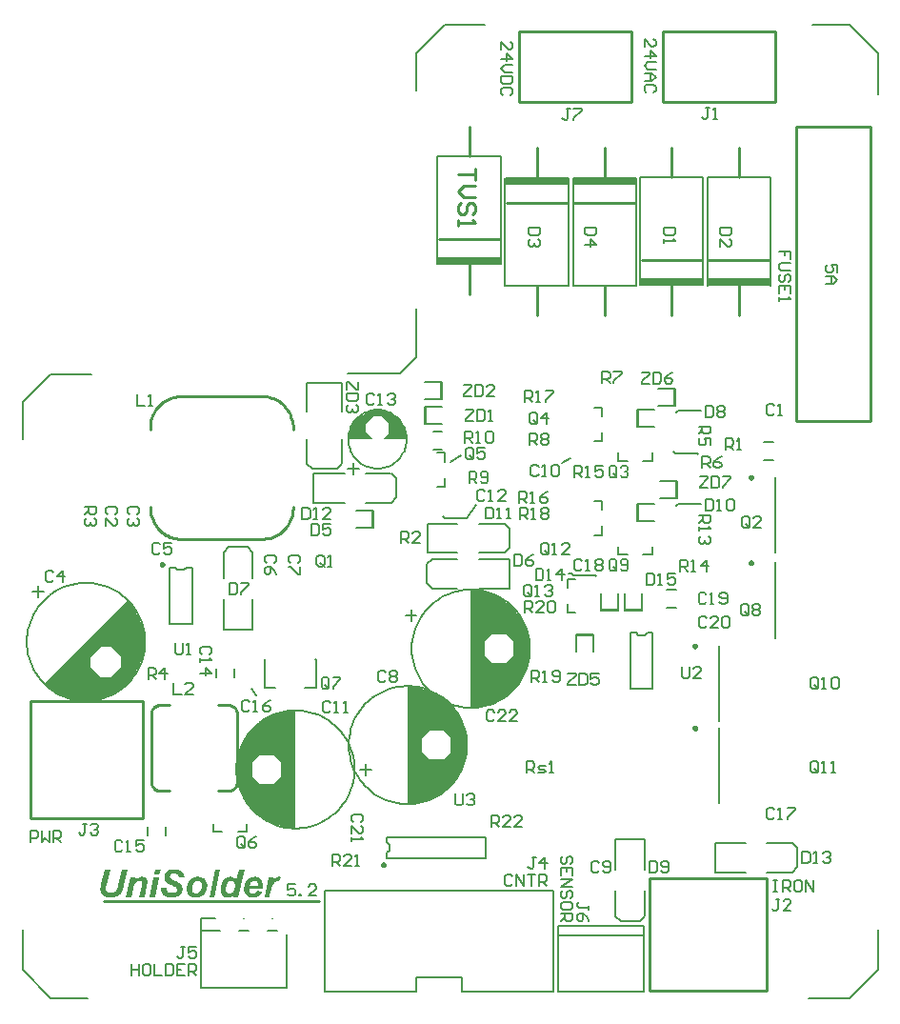
<source format=gto>
%FSTAX23Y23*%
%MOIN*%
%SFA1B1*%

%IPPOS*%
%ADD73C,0.009840*%
%ADD74C,0.007870*%
%ADD75C,0.010000*%
%ADD76C,0.008000*%
%ADD77C,0.005910*%
%ADD78C,0.005910*%
%ADD79R,0.220470X0.031500*%
%LNunisolder52_back-1*%
%LPD*%
G36*
X04691Y03051D02*
X04673D01*
X04674Y03058*
X04674Y03058*
X04673Y03057*
X04672Y03056*
X04671Y03055*
X04669Y03054*
X04668Y03053*
X04666Y03052*
X04664Y03051*
X04664Y03051*
X04663Y03051*
X04662Y0305*
X04661Y0305*
X04659Y0305*
X04657Y03049*
X04655Y03049*
X04653Y03049*
X04652*
X04651Y03049*
X0465Y03049*
X04649Y03049*
X04647Y0305*
X04644Y03051*
X04642Y03051*
X04641Y03052*
X04639Y03053*
X04638Y03054*
X04637Y03055*
X04635Y03056*
X04635Y03056*
X04635Y03057*
X04635Y03057*
X04634Y03058*
X04634Y03058*
X04633Y03059*
X04633Y03061*
X04632Y03062*
X04631Y03063*
X04631Y03065*
X0463Y03067*
X0463Y03069*
X04629Y03071*
X04629Y03073*
X04629Y03076*
X04629Y03078*
Y03078*
Y03079*
X04629Y0308*
Y03081*
X04629Y03082*
X04629Y03084*
X04629Y03086*
X0463Y03088*
X0463Y03091*
X04631Y03093*
X04632Y03095*
X04633Y03098*
X04634Y03101*
X04635Y03103*
X04637Y03106*
X04638Y03108*
X04638Y03109*
X04639Y03109*
X04639Y0311*
X0464Y03111*
X04641Y03112*
X04642Y03113*
X04643Y03114*
X04645Y03115*
X04647Y03117*
X04649Y03118*
X04651Y03119*
X04653Y0312*
X04655Y03121*
X04658Y03121*
X04661Y03122*
X04664Y03122*
X04664*
X04665Y03122*
X04666*
X04667Y03122*
X04668Y03121*
X0467Y03121*
X04672Y03121*
X04673Y0312*
X04675Y03119*
X04677Y03118*
X04678Y03117*
X0468Y03116*
X04682Y03115*
X04683Y03113*
X04685Y03111*
X04693Y03147*
X04712*
X04691Y03051*
G37*
G36*
X04834Y03122D02*
X04835Y03122D01*
X04836Y03122*
X04838Y03121*
X04839Y03121*
X04841Y0312*
X04834Y03105*
X04834*
X04833Y03105*
X04833Y03105*
X04832Y03105*
X04831Y03105*
X04831Y03105*
X04828Y03106*
X04828*
X04827Y03105*
X04825Y03105*
X04824Y03105*
X04822Y03104*
X0482Y03103*
X04819Y03102*
X04818Y03102*
X04818Y03101*
X04817Y031*
X04816Y03099*
X04814Y03098*
X04813Y03096*
X04812Y03094*
X04811Y03092*
Y03092*
X04811Y03092*
X0481Y03091*
X0481Y03091*
X0481Y0309*
X0481Y03089*
X04809Y03088*
X04809Y03087*
X04808Y03086*
X04808Y03084*
X04808Y03083*
X04807Y03081*
X04807Y03079*
X04806Y03077*
X04806Y03075*
X04805Y03072*
X04801Y03051*
X04782*
X04796Y0312*
X04814*
X04811Y03107*
X04811Y03107*
X04812Y03108*
X04812Y03108*
X04813Y03109*
X04814Y0311*
X04815Y03112*
X04816Y03113*
X04817Y03115*
X04819Y03116*
X04821Y03117*
X04822Y03119*
X04824Y0312*
X04826Y03121*
X04828Y03121*
X0483Y03122*
X04832Y03122*
X04833*
X04834Y03122*
G37*
G36*
X04469Y03148D02*
X04471Y03148D01*
X04472Y03148*
X04474Y03148*
X04476Y03148*
X0448Y03147*
X04482Y03146*
X04485Y03145*
X04487Y03144*
X04489Y03143*
X04491Y03142*
X04493Y03141*
X04493Y0314*
X04493Y0314*
X04493Y0314*
X04494Y03139*
X04495Y03138*
X04496Y03137*
X04496Y03136*
X04497Y03135*
X04498Y03134*
X04499Y03132*
X045Y0313*
X04501Y03128*
X04501Y03126*
X04502Y03124*
X04503Y03122*
X04503Y03119*
X04484Y03119*
Y03119*
Y03119*
X04484Y03119*
Y0312*
X04483Y03121*
X04483Y03123*
X04482Y03124*
X04481Y03126*
X0448Y03128*
X04479Y03129*
X04479Y03129*
X04478Y0313*
X04477Y0313*
X04476Y03131*
X04474Y03132*
X04472Y03132*
X04469Y03133*
X04466Y03133*
X04465*
X04463Y03133*
X04462Y03133*
X0446Y03132*
X04458Y03132*
X04456Y03131*
X04455Y0313*
X04454Y0313*
X04454Y03129*
X04453Y03129*
X04453Y03128*
X04452Y03127*
X04452Y03126*
X04451Y03124*
X04451Y03123*
Y03123*
Y03122*
X04451Y03121*
X04451Y0312*
X04452Y03119*
X04452Y03118*
X04453Y03117*
X04454Y03116*
X04454Y03116*
X04455Y03115*
X04456Y03115*
X04456Y03114*
X04457Y03114*
X04458Y03113*
X04459Y03113*
X0446Y03112*
X04462Y03111*
X04463Y03111*
X04465Y0311*
X04466Y03109*
X04468Y03108*
X04469Y03108*
X04469Y03108*
X0447Y03108*
X04471Y03107*
X04472Y03107*
X04474Y03106*
X04476Y03105*
X04477Y03104*
X04481Y03102*
X04484Y031*
X04486Y03099*
X04487Y03098*
X04489Y03098*
X0449Y03097*
X0449Y03097*
X0449Y03096*
X0449Y03096*
X04491Y03095*
X04491Y03095*
X04492Y03094*
X04492Y03093*
X04493Y03092*
X04494Y0309*
X04495Y03087*
X04496Y03083*
X04496Y03082*
X04496Y0308*
Y0308*
Y03079*
X04496Y03078*
Y03078*
X04496Y03076*
X04496Y03075*
X04496Y03074*
X04495Y03072*
X04495Y03071*
X04494Y03069*
X04493Y03067*
X04492Y03065*
X04491Y03063*
X0449Y03061*
X04488Y0306*
X04486Y03058*
X04486Y03058*
X04486Y03058*
X04485Y03057*
X04484Y03057*
X04483Y03056*
X04482Y03055*
X04481Y03054*
X04479Y03053*
X04477Y03053*
X04475Y03052*
X04473Y03051*
X0447Y0305*
X04468Y0305*
X04465Y03049*
X04462Y03049*
X04458Y03049*
X04457*
X04456Y03049*
X04455*
X04454Y03049*
X04453Y03049*
X04451Y03049*
X04448Y0305*
X04444Y03051*
X0444Y03052*
X04437Y03053*
X04437*
X04436Y03053*
X04436Y03053*
X04435Y03054*
X04435Y03054*
X04434Y03055*
X04432Y03056*
X0443Y03058*
X04428Y0306*
X04426Y03062*
X04425Y03063*
X04424Y03065*
Y03065*
X04424Y03065*
X04424Y03065*
X04423Y03066*
X04423Y03067*
X04423Y03067*
X04422Y03068*
X04422Y0307*
X04421Y03072*
X04421Y03075*
X04421Y03078*
Y03082*
X04439Y03083*
Y03083*
Y03082*
Y03082*
X0444Y03081*
X0444Y0308*
X0444Y03078*
X0444Y03076*
X04441Y03074*
X04442Y03072*
X04442Y03071*
X04442Y0307*
X04443Y0307*
X04443Y0307*
X04444Y03069*
X04444Y03069*
X04445Y03068*
X04446Y03068*
X04447Y03067*
X04448Y03067*
X0445Y03067*
X04451Y03066*
X04453Y03066*
X04454Y03066*
X04456Y03065*
X0446*
X04461Y03066*
X04462*
X04464Y03066*
X04466Y03066*
X04469Y03067*
X04471Y03068*
X04472Y03068*
X04473Y03069*
X04473Y03069*
X04473Y03069*
X04474Y0307*
X04475Y03071*
X04476Y03072*
X04476Y03074*
X04477Y03076*
X04477Y03077*
Y03078*
Y03078*
X04477Y03079*
X04476Y0308*
X04476Y03081*
X04475Y03082*
X04475Y03083*
X04473Y03085*
X04473Y03085*
X04473Y03085*
X04472Y03085*
X04471Y03086*
X04471Y03086*
X0447Y03087*
X04469Y03087*
X04468Y03088*
X04466Y03088*
X04465Y03089*
X04463Y0309*
X04462Y03091*
X0446Y03092*
X04459*
X04459Y03092*
X04459Y03092*
X04458Y03092*
X04457Y03093*
X04456Y03093*
X04453Y03094*
X04451Y03096*
X04448Y03097*
X04445Y03098*
X04444Y03099*
X04443Y031*
X04443Y031*
X04442Y031*
X04441Y03101*
X0444Y03102*
X04439Y03103*
X04438Y03105*
X04436Y03106*
X04435Y03108*
X04435Y03108*
X04435Y03109*
X04434Y0311*
X04434Y03112*
X04433Y03113*
X04433Y03115*
X04432Y03118*
X04432Y0312*
Y0312*
Y03121*
Y03121*
X04432Y03122*
X04432Y03123*
X04433Y03125*
X04433Y03126*
X04433Y03127*
X04434Y03129*
X04434Y03131*
X04435Y03132*
X04436Y03134*
X04437Y03136*
X04438Y03137*
X04439Y03139*
X04441Y0314*
X04441Y03141*
X04441Y03141*
X04442Y03141*
X04443Y03142*
X04443Y03142*
X04445Y03143*
X04446Y03144*
X04447Y03145*
X04449Y03145*
X04451Y03146*
X04453Y03147*
X04455Y03147*
X04458Y03148*
X0446Y03148*
X04463Y03148*
X04466Y03149*
X04468*
X04469Y03148*
G37*
G36*
X04355Y03122D02*
X04356D01*
X04357Y03122*
X04359Y03121*
X04361Y03121*
X04363Y0312*
X04366Y03119*
X04368Y03117*
X04368Y03117*
X04368Y03116*
X04369Y03115*
X0437Y03114*
X04371Y03112*
X04372Y03109*
X04372Y03107*
X04373Y03104*
Y03104*
Y03103*
X04372Y03102*
X04372Y03101*
X04372Y031*
X04372Y03099*
X04372Y03098*
X04372Y03096*
X04371Y03095*
X04371Y03093*
X04371Y03092*
X0437Y0309*
X04362Y03051*
X04343*
X04352Y0309*
Y0309*
X04352Y0309*
Y03091*
X04352Y03091*
X04352Y03093*
X04352Y03095*
X04353Y03097*
X04353Y03098*
X04353Y031*
X04353Y031*
Y03101*
Y03101*
Y03101*
X04353Y03102*
X04353Y03103*
X04353Y03104*
X04353Y03105*
X04352Y03106*
X04351Y03106*
X04351Y03107*
X04351Y03107*
X0435Y03107*
X0435Y03108*
X04349Y03108*
X04348Y03108*
X04347Y03108*
X04345Y03109*
X04345*
X04344Y03108*
X04343Y03108*
X04341Y03108*
X0434Y03107*
X04338Y03106*
X04336Y03105*
X04336Y03105*
X04335Y03104*
X04334Y03104*
X04333Y03103*
X04332Y03101*
X0433Y031*
X04329Y03098*
X04328Y03096*
X04328Y03096*
X04328Y03095*
X04327Y03095*
X04327Y03094*
X04327Y03093*
X04327Y03092*
X04326Y03091*
X04326Y0309*
X04325Y03089*
X04325Y03087*
X04325Y03085*
X04324Y03084*
X04324Y03081*
X04323Y03079*
X04317Y03051*
X04298*
X04313Y0312*
X04331*
X04329Y03111*
X04329Y03111*
X04329Y03111*
X0433Y03112*
X0433Y03112*
X04332Y03113*
X04333Y03114*
X04335Y03116*
X04337Y03117*
X04339Y03118*
X04342Y0312*
X04342*
X04342Y0312*
X04343Y0312*
X04344Y0312*
X04345Y03121*
X04347Y03121*
X04349Y03122*
X04352Y03122*
X04354Y03122*
X04355*
X04355Y03122*
G37*
G36*
X04291Y03092D02*
Y03092D01*
X0429Y03092*
X0429Y03091*
X0429Y0309*
X0429Y03088*
X04289Y03087*
X04289Y03085*
X04288Y03083*
X04287Y03079*
X04286Y03075*
X04284Y03071*
X04283Y03069*
X04282Y03068*
Y03068*
X04282Y03067*
X04282Y03067*
X04281Y03066*
X04281Y03066*
X0428Y03065*
X04279Y03063*
X04277Y03061*
X04274Y03059*
X04271Y03056*
X04268Y03054*
X04268*
X04268Y03054*
X04267Y03054*
X04266Y03053*
X04265Y03053*
X04264Y03053*
X04263Y03052*
X04261Y03052*
X0426Y03051*
X04258Y03051*
X04256Y0305*
X04254Y0305*
X04252Y03049*
X04249Y03049*
X04247Y03049*
X04244Y03049*
X04242*
X04241Y03049*
X0424Y03049*
X04238Y03049*
X04236Y0305*
X04234Y0305*
X0423Y03051*
X04228Y03052*
X04225Y03052*
X04223Y03053*
X04221Y03054*
X04219Y03056*
X04217Y03057*
X04217Y03057*
X04217Y03058*
X04216Y03058*
X04216Y03059*
X04215Y03059*
X04214Y0306*
X04214Y03062*
X04213Y03063*
X04212Y03064*
X04211Y03066*
X0421Y03068*
X0421Y0307*
X04209Y03072*
X04208Y03074*
X04208Y03076*
X04208Y03078*
Y03078*
Y03079*
Y03079*
X04208Y0308*
Y03081*
X04208Y03082*
X04209Y03084*
Y03084*
X04209Y03085*
X04209Y03085*
X04209Y03086*
X04209Y03087*
X04209Y03088*
X0421Y03089*
X0421Y0309*
X0421Y03091*
X0421Y03093*
X04211Y03094*
X04211Y03096*
X04222Y03147*
X04242*
X04231Y03094*
X04228Y03082*
Y03082*
Y03081*
X04228Y03081*
X04228Y03081*
X04227Y03079*
X04227Y03077*
Y03077*
X04227Y03077*
X04227Y03076*
X04228Y03074*
X04228Y03073*
X04229Y03072*
X0423Y0307*
X04232Y03069*
X04232Y03069*
X04233Y03068*
X04234Y03068*
X04235Y03067*
X04237Y03067*
X04239Y03066*
X04242Y03066*
X04245Y03065*
X04246*
X04248Y03066*
X04249Y03066*
X04251Y03066*
X04253Y03067*
X04256Y03067*
X04258Y03068*
X04258Y03068*
X04258Y03069*
X04259Y03069*
X0426Y0307*
X04262Y03071*
X04263Y03073*
X04264Y03074*
X04265Y03076*
Y03076*
X04266Y03076*
X04266Y03077*
X04266Y03077*
X04266Y03078*
X04267Y03078*
X04267Y03079*
X04267Y0308*
X04268Y03082*
X04268Y03083*
X04269Y03084*
X04269Y03086*
X0427Y03088*
X0427Y0309*
X04271Y03092*
X04271Y03094*
X04282Y03147*
X04302*
X04291Y03092*
G37*
G36*
X04751Y03122D02*
X04753Y03122D01*
X04754Y03122*
X04755Y03121*
X04757Y03121*
X0476Y0312*
X04762Y03119*
X04763Y03119*
X04765Y03118*
X04767Y03117*
X04768Y03115*
X0477Y03114*
X0477Y03114*
X0477Y03114*
X0477Y03113*
X04771Y03113*
X04771Y03112*
X04772Y03111*
X04773Y0311*
X04773Y03108*
X04774Y03107*
X04775Y03105*
X04775Y03103*
X04776Y03101*
X04776Y03099*
X04777Y03097*
X04777Y03095*
X04777Y03092*
Y03092*
Y03092*
Y03091*
Y03091*
X04777Y03089*
Y03088*
X04777Y03086*
X04777Y03084*
X04776Y03082*
X04776Y0308*
X04729*
Y0308*
Y03079*
X04729Y03078*
Y03078*
Y03078*
Y03078*
Y03077*
X04729Y03077*
X04729Y03076*
X04729Y03074*
X0473Y03072*
X0473Y0307*
X04731Y03068*
X04733Y03067*
X04733Y03067*
X04733Y03066*
X04734Y03065*
X04735Y03065*
X04737Y03064*
X04738Y03063*
X0474Y03063*
X04742Y03062*
X04743*
X04743Y03063*
X04744*
X04745Y03063*
X04745Y03063*
X04748Y03064*
X04749Y03064*
X0475Y03065*
X04751Y03066*
X04752Y03067*
X04754Y03068*
X04755Y03069*
X04756Y0307*
X04757Y03072*
X04774Y03069*
Y03069*
X04774Y03069*
X04773Y03068*
X04773Y03068*
X04772Y03067*
X04772Y03066*
X0477Y03064*
X04768Y03061*
X04766Y03059*
X04764Y03056*
X04761Y03054*
X0476*
X0476Y03054*
X0476Y03053*
X04759Y03053*
X04758Y03053*
X04757Y03052*
X04756Y03052*
X04755Y03051*
X04752Y03051*
X04749Y0305*
X04746Y03049*
X04742Y03049*
X04741*
X0474Y03049*
X04739Y03049*
X04737Y03049*
X04736Y0305*
X04734Y0305*
X04732Y03051*
X0473Y03051*
X04728Y03052*
X04727Y03053*
X04725Y03054*
X04723Y03055*
X04721Y03056*
X04719Y03058*
X04719Y03058*
X04719Y03058*
X04719Y03059*
X04718Y03059*
X04717Y0306*
X04717Y03061*
X04716Y03063*
X04715Y03064*
X04714Y03066*
X04713Y03067*
X04713Y03069*
X04712Y03071*
X04711Y03074*
X04711Y03076*
X04711Y03079*
X04711Y03081*
Y03081*
Y03082*
Y03083*
X04711Y03084*
X04711Y03085*
X04711Y03086*
X04711Y03088*
X04712Y0309*
X04712Y03092*
X04712Y03094*
X04713Y03096*
X04714Y03098*
X04715Y031*
X04716Y03103*
X04717Y03105*
X04718Y03107*
X04719Y03107*
X04719Y03108*
X0472Y03108*
X0472Y03109*
X04722Y0311*
X04723Y03112*
X04724Y03113*
X04726Y03115*
X04728Y03116*
X04731Y03117*
X04733Y03119*
X04736Y0312*
X04739Y03121*
X04742Y03121*
X04746Y03122*
X04749Y03122*
X04751*
X04751Y03122*
G37*
G36*
X04552D02*
X04553Y03122D01*
X04555Y03122*
X04556Y03121*
X04558Y03121*
X0456Y03121*
X04562Y0312*
X04564Y03119*
X04566Y03118*
X04568Y03117*
X0457Y03116*
X04572Y03115*
X04573Y03113*
X04573Y03113*
X04574Y03113*
X04574Y03113*
X04575Y03112*
X04575Y03111*
X04576Y0311*
X04577Y03109*
X04578Y03107*
X04578Y03106*
X04579Y03104*
X0458Y03102*
X04581Y031*
X04581Y03098*
X04582Y03096*
X04582Y03093*
X04582Y03091*
Y0309*
Y0309*
X04582Y03089*
Y03088*
X04582Y03086*
X04581Y03085*
X04581Y03083*
X04581Y03081*
X0458Y03078*
X04579Y03076*
X04578Y03073*
X04577Y03071*
X04576Y03068*
X04575Y03066*
X04573Y03064*
X04571Y03061*
X04571Y03061*
X04571Y03061*
X0457Y0306*
X04569Y03059*
X04568Y03058*
X04567Y03057*
X04565Y03056*
X04563Y03055*
X04561Y03054*
X04559Y03053*
X04557Y03052*
X04554Y03051*
X04552Y0305*
X04549Y03049*
X04545Y03049*
X04542Y03049*
X04541*
X0454Y03049*
X0454*
X04539Y03049*
X04536Y03049*
X04534Y0305*
X04531Y03051*
X04528Y03052*
X04525Y03053*
X04525*
X04524Y03053*
X04524Y03053*
X04523Y03054*
X04522Y03054*
X0452Y03056*
X04519Y03057*
X04517Y03059*
X04515Y03061*
X04513Y03064*
Y03064*
X04513Y03064*
X04513Y03065*
X04513Y03065*
X04512Y03066*
X04512Y03067*
X04512Y03069*
X04511Y03071*
X0451Y03074*
X0451Y03076*
X0451Y0308*
Y0308*
Y0308*
X0451Y03081*
Y03083*
X0451Y03084*
X0451Y03086*
X04511Y03088*
X04511Y03091*
X04512Y03093*
X04512Y03096*
X04513Y03098*
X04514Y03101*
X04516Y03103*
X04517Y03106*
X04519Y03108*
X04521Y0311*
X04521Y03111*
X04521Y03111*
X04522Y03112*
X04523Y03112*
X04524Y03113*
X04525Y03114*
X04526Y03115*
X04528Y03116*
X0453Y03117*
X04532Y03118*
X04535Y03119*
X04537Y0312*
X0454Y03121*
X04543Y03122*
X04546Y03122*
X04549Y03122*
X04551*
X04552Y03122*
G37*
G36*
X04608Y03051D02*
X04589D01*
X04609Y03147*
X04628*
X04608Y03051*
G37*
G36*
X04399D02*
X0438D01*
X04395Y0312*
X04413*
X04399Y03051*
G37*
G36*
X04415Y0313D02*
X04397D01*
X044Y03147*
X04419*
X04415Y0313*
G37*
G36*
X05559Y04115D02*
X05579D01*
X05589Y04105*
X05604*
X05629Y0408*
X05639*
X05664Y04055*
Y04045*
X05689Y0402*
Y04005*
X05699Y03995*
Y03975*
X05709Y03965*
Y03885*
X05704Y0388*
Y03855*
X05694Y03845*
Y0383*
X05679Y03815*
Y03805*
X05619Y03745*
X05609*
X05594Y0373*
X05579*
X05569Y0372*
X05549*
X05544Y03715*
X05504*
Y0392*
Y04125*
X05549*
X05559Y04115*
G37*
G36*
X04334Y04057D02*
Y04042D01*
X04348Y04028*
Y04014*
X04359Y04004*
Y03968*
X04366Y03961*
Y03926*
X04359Y03919*
Y03883*
X04348Y03873*
Y03859*
X04334Y03844*
Y0383*
X04278Y03774*
X04271*
X04253Y03756*
X04239*
X04228Y03745*
X04207*
X042Y03738*
X04115*
X04108Y03745*
X04087*
X04076Y03756*
X04062*
X04048Y0377*
X04041*
X04013Y03798*
X04158Y03943*
X04302Y04088*
X04334Y04057*
G37*
G36*
X05223Y04743D02*
X05233D01*
X05263Y04713*
Y04703*
X05278Y04688*
Y04668*
X05283Y04663*
Y04653*
X05198*
X05218Y04673*
Y04708*
X05193Y04733*
X05163*
X05138Y04708*
Y04678*
X05163Y04653*
X05078*
Y04683*
X05088Y04693*
Y04708*
X05118Y04738*
X05128*
X05143Y04753*
X05213*
X05223Y04743*
G37*
G36*
X05339Y03777D02*
X05359D01*
X05369Y03767*
X05384*
X05409Y03742*
X05419*
X05444Y03717*
Y03707*
X05469Y03682*
Y03667*
X05479Y03657*
Y03637*
X05489Y03627*
Y03547*
X05484Y03542*
Y03517*
X05474Y03507*
Y03492*
X05459Y03477*
Y03467*
X05399Y03407*
X05389*
X05374Y03392*
X05359*
X05349Y03382*
X05329*
X05324Y03377*
X05284*
Y03582*
Y03787*
X05329*
X05339Y03777*
G37*
G36*
X04891Y03498D02*
Y03293D01*
X04846*
X04836Y03303*
X04816*
X04806Y03313*
X04791*
X04766Y03338*
X04756*
X04731Y03363*
Y03373*
X04706Y03398*
Y03413*
X04696Y03423*
Y03443*
X04686Y03453*
Y03533*
X04691Y03538*
Y03563*
X04701Y03573*
Y03588*
X04716Y03603*
Y03613*
X04776Y03673*
X04786*
X04801Y03688*
X04816*
X04826Y03698*
X04846*
X04851Y03703*
X04891*
Y03498*
G37*
%LNunisolder52_back-2*%
%LPC*%
G36*
X04246Y03926D02*
X04211D01*
X04193Y03908*
X04175Y0389*
Y03855*
X04211Y0382*
X04246*
X04281Y03855*
Y0389*
X04246Y03926*
G37*
G36*
X05629Y0397D02*
X05579D01*
X05554Y03945*
Y0392*
Y03895*
X05579Y0387*
X05629*
X05654Y03895*
Y03945*
X05629Y0397*
G37*
G36*
X04666Y03108D02*
X04665D01*
X04665Y03108*
X04664Y03108*
X04663Y03108*
X04661Y03107*
X0466Y03107*
X04659Y03106*
X04658Y03105*
X04657Y03104*
X04656Y03103*
X04654Y03102*
X04653Y03101*
X04652Y03099*
Y03099*
X04652Y03099*
X04652Y03098*
X04651Y03097*
X04651Y03096*
X04651Y03095*
X0465Y03094*
X0465Y03093*
X04649Y03092*
X04649Y0309*
X04648Y03087*
X04647Y03083*
X04647Y03081*
X04647Y03079*
Y03079*
Y03079*
Y03078*
X04647Y03078*
X04647Y03076*
X04647Y03075*
X04648Y03073*
X04649Y03071*
X04649Y03069*
X04651Y03067*
X04651Y03067*
X04651Y03067*
X04652Y03066*
X04653Y03065*
X04655Y03064*
X04656Y03064*
X04658Y03063*
X0466Y03063*
X04661*
X04662Y03063*
X04663Y03064*
X04665Y03064*
X04666Y03065*
X04668Y03065*
X0467Y03067*
X0467Y03067*
X04671Y03067*
X04671Y03068*
X04672Y03069*
X04674Y03071*
X04675Y03073*
X04676Y03075*
X04677Y03077*
Y03077*
X04677Y03078*
X04677Y03078*
X04677Y03079*
X04678Y0308*
X04678Y03082*
X04679Y03084*
X04679Y03086*
X0468Y03089*
X0468Y03091*
Y03091*
Y03092*
Y03092*
Y03092*
X04679Y03094*
X04679Y03096*
X04679Y03098*
X04678Y031*
X04677Y03102*
X04676Y03103*
X04675Y03104*
X04675Y03104*
X04674Y03105*
X04673Y03106*
X04671Y03107*
X0467Y03107*
X04668Y03108*
X04666Y03108*
G37*
G36*
X04747Y03109D02*
X04747D01*
X04746Y03108*
X04745Y03108*
X04744Y03108*
X04742Y03107*
X0474Y03107*
X04739Y03106*
X04737Y03104*
X04737Y03104*
X04736Y03103*
X04735Y03102*
X04734Y03101*
X04733Y03099*
X04732Y03097*
X04731Y03094*
X04731Y03091*
X0476*
Y03091*
Y03092*
Y03092*
Y03093*
Y03093*
Y03093*
Y03094*
Y03094*
X0476Y03096*
X0476Y03097*
X04759Y03099*
X04759Y03101*
X04758Y03103*
X04757Y03105*
X04756Y03105*
X04756Y03105*
X04755Y03106*
X04754Y03107*
X04753Y03107*
X04751Y03108*
X04749Y03108*
X04747Y03109*
G37*
G36*
X05409Y03632D02*
X05359D01*
X05334Y03607*
Y03582*
Y03557*
X05359Y03532*
X05409*
X05434Y03557*
Y03607*
X05409Y03632*
G37*
G36*
X04549Y03108D02*
X04548D01*
X04547Y03108*
X04546Y03107*
X04544Y03107*
X04542Y03106*
X0454Y03105*
X04538Y03104*
X04538Y03104*
X04538Y03103*
X04537Y03102*
X04536Y03101*
X04535Y031*
X04533Y03098*
X04532Y03096*
X04531Y03093*
Y03093*
X04531Y03093*
X04531Y03092*
X04531Y03092*
X0453Y0309*
X0453Y03089*
X04529Y03087*
X04529Y03084*
X04529Y03082*
X04529Y0308*
Y0308*
Y03079*
Y03079*
X04529Y03078*
X04529Y03077*
X04529Y03075*
X0453Y03073*
X0453Y03072*
X04531Y0307*
X04533Y03068*
X04533Y03068*
X04533Y03067*
X04534Y03066*
X04535Y03066*
X04537Y03065*
X04539Y03064*
X04541Y03064*
X04543Y03063*
X04544*
X04544Y03064*
X04546Y03064*
X04547Y03064*
X04549Y03065*
X04552Y03066*
X04553Y03067*
X04554Y03068*
X04555Y03069*
X04556Y0307*
X04556Y0307*
X04556Y0307*
X04557Y03071*
X04557Y03072*
X04558Y03073*
X04558Y03074*
X04559Y03075*
X0456Y03076*
X0456Y03078*
X04561Y0308*
X04562Y03082*
X04562Y03084*
X04563Y03086*
X04563Y03088*
X04563Y03091*
X04563Y03093*
Y03093*
Y03093*
Y03094*
Y03094*
X04563Y03095*
X04563Y03097*
X04562Y03099*
X04562Y031*
X04561Y03102*
X04559Y03104*
X04559Y03104*
X04559Y03104*
X04558Y03105*
X04557Y03106*
X04555Y03107*
X04553Y03107*
X04552Y03108*
X04549Y03108*
G37*
G36*
X04816Y03548D02*
X04766D01*
X04741Y03523*
Y03473*
X04766Y03448*
X04816*
X04841Y03473*
Y03498*
Y03523*
X04816Y03548*
G37*
%LNunisolder52_back-3*%
%LPD*%
G54D73*
X06294Y03642D02*
D01*
X06294Y03643*
X06294Y03643*
X06294Y03643*
X06294Y03644*
X06293Y03644*
X06293Y03644*
X06293Y03645*
X06293Y03645*
X06293Y03645*
X06293Y03646*
X06292Y03646*
X06292Y03646*
X06292Y03646*
X06292Y03646*
X06291Y03647*
X06291Y03647*
X06291Y03647*
X0629Y03647*
X0629Y03647*
X0629Y03647*
X06289Y03647*
X06289Y03647*
X06289*
X06288Y03647*
X06288Y03647*
X06288Y03647*
X06287Y03647*
X06287Y03647*
X06287Y03647*
X06286Y03647*
X06286Y03646*
X06286Y03646*
X06286Y03646*
X06285Y03646*
X06285Y03646*
X06285Y03645*
X06285Y03645*
X06285Y03645*
X06284Y03644*
X06284Y03644*
X06284Y03644*
X06284Y03643*
X06284Y03643*
X06284Y03643*
X06284Y03642*
X06284Y03642*
X06284Y03642*
X06284Y03641*
X06284Y03641*
X06284Y03641*
X06284Y0364*
X06285Y0364*
X06285Y0364*
X06285Y0364*
X06285Y03639*
X06285Y03639*
X06286Y03639*
X06286Y03639*
X06286Y03638*
X06286Y03638*
X06287Y03638*
X06287Y03638*
X06287Y03638*
X06288Y03638*
X06288Y03638*
X06288Y03638*
X06289Y03637*
X06289*
X06289Y03638*
X0629Y03638*
X0629Y03638*
X0629Y03638*
X06291Y03638*
X06291Y03638*
X06291Y03638*
X06292Y03638*
X06292Y03639*
X06292Y03639*
X06292Y03639*
X06293Y03639*
X06293Y0364*
X06293Y0364*
X06293Y0364*
X06293Y0364*
X06293Y03641*
X06294Y03641*
X06294Y03641*
X06294Y03642*
X06294Y03642*
X06294Y03642*
X0443Y04215D02*
D01*
X0443Y04215*
X0443Y04216*
X0443Y04216*
X04429Y04216*
X04429Y04217*
X04429Y04217*
X04429Y04217*
X04429Y04218*
X04429Y04218*
X04429Y04218*
X04428Y04218*
X04428Y04219*
X04428Y04219*
X04428Y04219*
X04427Y04219*
X04427Y04219*
X04427Y0422*
X04426Y0422*
X04426Y0422*
X04426Y0422*
X04425Y0422*
X04425Y0422*
X04425*
X04424Y0422*
X04424Y0422*
X04424Y0422*
X04423Y0422*
X04423Y0422*
X04423Y04219*
X04422Y04219*
X04422Y04219*
X04422Y04219*
X04421Y04219*
X04421Y04218*
X04421Y04218*
X04421Y04218*
X04421Y04218*
X0442Y04217*
X0442Y04217*
X0442Y04217*
X0442Y04216*
X0442Y04216*
X0442Y04216*
X0442Y04215*
X0442Y04215*
X0442Y04215*
X0442Y04214*
X0442Y04214*
X0442Y04214*
X0442Y04213*
X0442Y04213*
X0442Y04213*
X04421Y04212*
X04421Y04212*
X04421Y04212*
X04421Y04212*
X04421Y04211*
X04422Y04211*
X04422Y04211*
X04422Y04211*
X04423Y04211*
X04423Y0421*
X04423Y0421*
X04424Y0421*
X04424Y0421*
X04424Y0421*
X04425Y0421*
X04425*
X04425Y0421*
X04426Y0421*
X04426Y0421*
X04426Y0421*
X04427Y0421*
X04427Y04211*
X04427Y04211*
X04428Y04211*
X04428Y04211*
X04428Y04211*
X04428Y04212*
X04429Y04212*
X04429Y04212*
X04429Y04212*
X04429Y04213*
X04429Y04213*
X04429Y04213*
X04429Y04214*
X0443Y04214*
X0443Y04214*
X0443Y04215*
X0443Y04215*
X05204Y03164D02*
D01*
X05204Y03164*
X05204Y03165*
X05204Y03165*
X05204Y03165*
X05204Y03166*
X05204Y03166*
X05204Y03166*
X05204Y03167*
X05203Y03167*
X05203Y03167*
X05203Y03167*
X05203Y03168*
X05202Y03168*
X05202Y03168*
X05202Y03168*
X05201Y03168*
X05201Y03169*
X05201Y03169*
X05201Y03169*
X052Y03169*
X052Y03169*
X052Y03169*
X05199*
X05199Y03169*
X05198Y03169*
X05198Y03169*
X05198Y03169*
X05197Y03169*
X05197Y03168*
X05197Y03168*
X05197Y03168*
X05196Y03168*
X05196Y03168*
X05196Y03167*
X05196Y03167*
X05195Y03167*
X05195Y03167*
X05195Y03166*
X05195Y03166*
X05195Y03166*
X05195Y03165*
X05195Y03165*
X05194Y03165*
X05194Y03164*
X05194Y03164*
X05194Y03164*
X05194Y03163*
X05195Y03163*
X05195Y03163*
X05195Y03162*
X05195Y03162*
X05195Y03162*
X05195Y03161*
X05195Y03161*
X05196Y03161*
X05196Y03161*
X05196Y0316*
X05196Y0316*
X05197Y0316*
X05197Y0316*
X05197Y0316*
X05197Y03159*
X05198Y03159*
X05198Y03159*
X05198Y03159*
X05199Y03159*
X05199Y03159*
X052*
X052Y03159*
X052Y03159*
X05201Y03159*
X05201Y03159*
X05201Y03159*
X05201Y0316*
X05202Y0316*
X05202Y0316*
X05202Y0316*
X05203Y0316*
X05203Y03161*
X05203Y03161*
X05203Y03161*
X05204Y03161*
X05204Y03162*
X05204Y03162*
X05204Y03162*
X05204Y03163*
X05204Y03163*
X05204Y03163*
X05204Y03164*
X05204Y03164*
X06491Y04519D02*
D01*
X06491Y0452*
X06491Y0452*
X06491Y0452*
X0649Y04521*
X0649Y04521*
X0649Y04521*
X0649Y04522*
X0649Y04522*
X0649Y04522*
X06489Y04523*
X06489Y04523*
X06489Y04523*
X06489Y04523*
X06488Y04523*
X06488Y04524*
X06488Y04524*
X06488Y04524*
X06487Y04524*
X06487Y04524*
X06487Y04524*
X06486Y04524*
X06486Y04524*
X06486*
X06485Y04524*
X06485Y04524*
X06485Y04524*
X06484Y04524*
X06484Y04524*
X06484Y04524*
X06483Y04524*
X06483Y04523*
X06483Y04523*
X06482Y04523*
X06482Y04523*
X06482Y04523*
X06482Y04522*
X06482Y04522*
X06481Y04522*
X06481Y04521*
X06481Y04521*
X06481Y04521*
X06481Y0452*
X06481Y0452*
X06481Y0452*
X06481Y04519*
X06481Y04519*
X06481Y04519*
X06481Y04518*
X06481Y04518*
X06481Y04518*
X06481Y04517*
X06481Y04517*
X06482Y04517*
X06482Y04516*
X06482Y04516*
X06482Y04516*
X06482Y04516*
X06483Y04516*
X06483Y04515*
X06483Y04515*
X06484Y04515*
X06484Y04515*
X06484Y04515*
X06485Y04515*
X06485Y04515*
X06485Y04514*
X06486Y04514*
X06486*
X06486Y04514*
X06487Y04515*
X06487Y04515*
X06487Y04515*
X06488Y04515*
X06488Y04515*
X06488Y04515*
X06488Y04515*
X06489Y04516*
X06489Y04516*
X06489Y04516*
X06489Y04516*
X0649Y04516*
X0649Y04517*
X0649Y04517*
X0649Y04517*
X0649Y04518*
X0649Y04518*
X06491Y04518*
X06491Y04519*
X06491Y04519*
X06491Y04519*
Y0422D02*
D01*
X06491Y04221*
X06491Y04221*
X06491Y04221*
X0649Y04222*
X0649Y04222*
X0649Y04222*
X0649Y04222*
X0649Y04223*
X0649Y04223*
X06489Y04223*
X06489Y04224*
X06489Y04224*
X06489Y04224*
X06488Y04224*
X06488Y04224*
X06488Y04225*
X06488Y04225*
X06487Y04225*
X06487Y04225*
X06487Y04225*
X06486Y04225*
X06486Y04225*
X06486*
X06485Y04225*
X06485Y04225*
X06485Y04225*
X06484Y04225*
X06484Y04225*
X06484Y04225*
X06483Y04224*
X06483Y04224*
X06483Y04224*
X06482Y04224*
X06482Y04224*
X06482Y04223*
X06482Y04223*
X06482Y04223*
X06481Y04222*
X06481Y04222*
X06481Y04222*
X06481Y04222*
X06481Y04221*
X06481Y04221*
X06481Y04221*
X06481Y0422*
X06481Y0422*
X06481Y04219*
X06481Y04219*
X06481Y04219*
X06481Y04218*
X06481Y04218*
X06481Y04218*
X06482Y04218*
X06482Y04217*
X06482Y04217*
X06482Y04217*
X06482Y04217*
X06483Y04216*
X06483Y04216*
X06483Y04216*
X06484Y04216*
X06484Y04216*
X06484Y04215*
X06485Y04215*
X06485Y04215*
X06485Y04215*
X06486Y04215*
X06486*
X06486Y04215*
X06487Y04215*
X06487Y04215*
X06487Y04215*
X06488Y04216*
X06488Y04216*
X06488Y04216*
X06488Y04216*
X06489Y04216*
X06489Y04217*
X06489Y04217*
X06489Y04217*
X0649Y04217*
X0649Y04218*
X0649Y04218*
X0649Y04218*
X0649Y04218*
X0649Y04219*
X06491Y04219*
X06491Y04219*
X06491Y0422*
X06491Y0422*
X06294Y03929D02*
D01*
X06294Y03929*
X06294Y0393*
X06294Y0393*
X06294Y0393*
X06293Y03931*
X06293Y03931*
X06293Y03931*
X06293Y03931*
X06293Y03932*
X06293Y03932*
X06292Y03932*
X06292Y03932*
X06292Y03933*
X06292Y03933*
X06291Y03933*
X06291Y03933*
X06291Y03933*
X0629Y03934*
X0629Y03934*
X0629Y03934*
X06289Y03934*
X06289Y03934*
X06289*
X06288Y03934*
X06288Y03934*
X06288Y03934*
X06287Y03934*
X06287Y03933*
X06287Y03933*
X06286Y03933*
X06286Y03933*
X06286Y03933*
X06286Y03932*
X06285Y03932*
X06285Y03932*
X06285Y03932*
X06285Y03931*
X06285Y03931*
X06284Y03931*
X06284Y03931*
X06284Y0393*
X06284Y0393*
X06284Y0393*
X06284Y03929*
X06284Y03929*
X06284Y03928*
X06284Y03928*
X06284Y03928*
X06284Y03927*
X06284Y03927*
X06284Y03927*
X06285Y03927*
X06285Y03926*
X06285Y03926*
X06285Y03926*
X06285Y03925*
X06286Y03925*
X06286Y03925*
X06286Y03925*
X06286Y03925*
X06287Y03924*
X06287Y03924*
X06287Y03924*
X06288Y03924*
X06288Y03924*
X06288Y03924*
X06289Y03924*
X06289*
X06289Y03924*
X0629Y03924*
X0629Y03924*
X0629Y03924*
X06291Y03924*
X06291Y03924*
X06291Y03925*
X06292Y03925*
X06292Y03925*
X06292Y03925*
X06292Y03925*
X06293Y03926*
X06293Y03926*
X06293Y03926*
X06293Y03927*
X06293Y03927*
X06293Y03927*
X06294Y03927*
X06294Y03928*
X06294Y03928*
X06294Y03928*
X06294Y03929*
G54D74*
X0528Y04653D02*
D01*
X0528Y0466*
X05279Y04667*
X05278Y04674*
X05276Y04681*
X05274Y04688*
X05272Y04695*
X05268Y04701*
X05265Y04707*
X05261Y04713*
X05256Y04719*
X05252Y04724*
X05247Y04729*
X05241Y04734*
X05235Y04738*
X05229Y04742*
X05223Y04745*
X05216Y04748*
X0521Y0475*
X05203Y04752*
X05196Y04754*
X05189Y04755*
X05182Y04755*
X05174*
X05167Y04755*
X0516Y04754*
X05153Y04752*
X05146Y0475*
X0514Y04748*
X05133Y04745*
X05127Y04742*
X05121Y04738*
X05115Y04734*
X0511Y04729*
X05104Y04724*
X051Y04719*
X05095Y04713*
X05091Y04707*
X05088Y04701*
X05084Y04695*
X05082Y04688*
X0508Y04681*
X05078Y04674*
X05077Y04667*
X05076Y0466*
X05076Y04653*
X05076Y04646*
X05077Y04639*
X05078Y04632*
X0508Y04625*
X05082Y04618*
X05084Y04611*
X05088Y04605*
X05091Y04599*
X05095Y04593*
X051Y04587*
X05104Y04582*
X0511Y04577*
X05115Y04572*
X05121Y04568*
X05127Y04564*
X05133Y04561*
X0514Y04558*
X05146Y04556*
X05153Y04554*
X0516Y04552*
X05167Y04551*
X05174Y04551*
X05182*
X05189Y04551*
X05196Y04552*
X05203Y04554*
X0521Y04556*
X05216Y04558*
X05223Y04561*
X05229Y04564*
X05235Y04568*
X05241Y04572*
X05247Y04577*
X05252Y04582*
X05256Y04587*
X05261Y04593*
X05265Y04599*
X05268Y04605*
X05272Y04611*
X05274Y04618*
X05276Y04625*
X05278Y04632*
X05279Y04639*
X0528Y04646*
X0528Y04653*
X05711Y0392D02*
D01*
X05711Y03934*
X05709Y03949*
X05707Y03963*
X05703Y03977*
X05699Y0399*
X05693Y04004*
X05687Y04017*
X0568Y04029*
X05672Y04041*
X05663Y04053*
X05653Y04063*
X05643Y04073*
X05632Y04083*
X0562Y04091*
X05608Y04099*
X05595Y04106*
X05582Y04111*
X05568Y04116*
X05554Y0412*
X0554Y04123*
X05526Y04125*
X05512Y04126*
X05497*
X05483Y04125*
X05469Y04123*
X05454Y0412*
X05441Y04116*
X05427Y04111*
X05414Y04106*
X05401Y04099*
X05389Y04091*
X05377Y04083*
X05366Y04073*
X05356Y04063*
X05346Y04053*
X05337Y04041*
X05329Y04029*
X05322Y04017*
X05316Y04004*
X0531Y0399*
X05306Y03977*
X05302Y03963*
X053Y03949*
X05298Y03934*
X05298Y0392*
X05298Y03905*
X053Y03891*
X05302Y03877*
X05306Y03863*
X0531Y03849*
X05316Y03836*
X05322Y03823*
X05329Y0381*
X05337Y03798*
X05346Y03787*
X05356Y03776*
X05366Y03766*
X05377Y03757*
X05389Y03748*
X05401Y03741*
X05414Y03734*
X05427Y03728*
X05441Y03723*
X05454Y03719*
X05469Y03716*
X05483Y03714*
X05497Y03713*
X05512*
X05526Y03714*
X0554Y03716*
X05554Y03719*
X05568Y03723*
X05582Y03728*
X05595Y03734*
X05608Y03741*
X0562Y03748*
X05632Y03757*
X05643Y03766*
X05653Y03776*
X05663Y03787*
X05672Y03798*
X0568Y0381*
X05687Y03823*
X05693Y03836*
X05699Y03849*
X05703Y03863*
X05707Y03877*
X05709Y03891*
X05711Y03905*
X05711Y0392*
X05098Y03498D02*
D01*
X05097Y03512*
X05096Y03526*
X05093Y03541*
X0509Y03555*
X05085Y03568*
X0508Y03582*
X05074Y03595*
X05067Y03607*
X05058Y03619*
X0505Y0363*
X0504Y03641*
X0503Y03651*
X05018Y0366*
X05007Y03669*
X04995Y03677*
X04982Y03683*
X04969Y03689*
X04955Y03694*
X04941Y03698*
X04927Y03701*
X04913Y03703*
X04898Y03704*
X04884*
X0487Y03703*
X04855Y03701*
X04841Y03698*
X04827Y03694*
X04814Y03689*
X04801Y03683*
X04788Y03677*
X04776Y03669*
X04764Y0366*
X04753Y03651*
X04743Y03641*
X04733Y0363*
X04724Y03619*
X04716Y03607*
X04709Y03595*
X04702Y03582*
X04697Y03568*
X04693Y03555*
X04689Y03541*
X04687Y03526*
X04685Y03512*
X04685Y03498*
X04685Y03483*
X04687Y03469*
X04689Y03455*
X04693Y03441*
X04697Y03427*
X04702Y03413*
X04709Y034*
X04716Y03388*
X04724Y03376*
X04733Y03365*
X04743Y03354*
X04753Y03344*
X04764Y03335*
X04776Y03326*
X04788Y03319*
X04801Y03312*
X04814Y03306*
X04827Y03301*
X04841Y03297*
X04855Y03294*
X0487Y03292*
X04884Y03291*
X04898*
X04913Y03292*
X04927Y03294*
X04941Y03297*
X04955Y03301*
X04969Y03306*
X04982Y03312*
X04995Y03319*
X05007Y03326*
X05018Y03335*
X0503Y03344*
X0504Y03354*
X0505Y03365*
X05058Y03376*
X05067Y03388*
X05074Y034*
X0508Y03413*
X05085Y03427*
X0509Y03441*
X05093Y03455*
X05096Y03469*
X05097Y03483*
X05098Y03498*
X05491Y03582D02*
D01*
X0549Y03597*
X05489Y03611*
X05486Y03625*
X05483Y03639*
X05478Y03653*
X05473Y03666*
X05466Y03679*
X05459Y03692*
X05451Y03704*
X05442Y03715*
X05433Y03726*
X05422Y03736*
X05411Y03745*
X054Y03754*
X05387Y03761*
X05375Y03768*
X05361Y03774*
X05348Y03779*
X05334Y03783*
X0532Y03786*
X05306Y03788*
X05291Y03789*
X05277*
X05262Y03788*
X05248Y03786*
X05234Y03783*
X0522Y03779*
X05207Y03774*
X05193Y03768*
X05181Y03761*
X05168Y03754*
X05157Y03745*
X05146Y03736*
X05135Y03726*
X05126Y03715*
X05117Y03704*
X05109Y03692*
X05101Y03679*
X05095Y03666*
X0509Y03653*
X05085Y03639*
X05082Y03625*
X05079Y03611*
X05078Y03597*
X05077Y03582*
X05078Y03568*
X05079Y03553*
X05082Y03539*
X05085Y03525*
X0509Y03511*
X05095Y03498*
X05101Y03485*
X05109Y03473*
X05117Y03461*
X05126Y03449*
X05135Y03439*
X05146Y03429*
X05157Y03419*
X05168Y03411*
X05181Y03403*
X05193Y03396*
X05207Y03391*
X0522Y03386*
X05234Y03382*
X05248Y03379*
X05262Y03377*
X05277Y03376*
X05291*
X05306Y03377*
X0532Y03379*
X05334Y03382*
X05348Y03386*
X05361Y03391*
X05375Y03396*
X05387Y03403*
X054Y03411*
X05411Y03419*
X05422Y03429*
X05433Y03439*
X05442Y03449*
X05451Y03461*
X05459Y03473*
X05466Y03485*
X05473Y03498*
X05478Y03511*
X05483Y03525*
X05486Y03539*
X05489Y03553*
X0549Y03568*
X05491Y03582*
X04364Y03943D02*
D01*
X04364Y03958*
X04362Y03972*
X0436Y03986*
X04356Y04*
X04352Y04014*
X04346Y04028*
X0434Y0404*
X04333Y04053*
X04325Y04065*
X04316Y04076*
X04306Y04087*
X04296Y04097*
X04285Y04106*
X04273Y04115*
X04261Y04122*
X04248Y04129*
X04235Y04135*
X04221Y0414*
X04208Y04144*
X04193Y04147*
X04179Y04149*
X04165Y0415*
X0415*
X04136Y04149*
X04122Y04147*
X04107Y04144*
X04094Y0414*
X0408Y04135*
X04067Y04129*
X04054Y04122*
X04042Y04115*
X0403Y04106*
X04019Y04097*
X04009Y04087*
X03999Y04076*
X0399Y04065*
X03982Y04053*
X03975Y0404*
X03969Y04028*
X03963Y04014*
X03959Y04*
X03955Y03986*
X03953Y03972*
X03951Y03958*
X03951Y03943*
X03951Y03929*
X03953Y03915*
X03955Y039*
X03959Y03886*
X03963Y03873*
X03969Y03859*
X03975Y03846*
X03982Y03834*
X0399Y03822*
X03999Y03811*
X04009Y038*
X04019Y0379*
X0403Y03781*
X04042Y03772*
X04054Y03764*
X04067Y03758*
X0408Y03752*
X04094Y03747*
X04107Y03743*
X04122Y0374*
X04136Y03738*
X0415Y03737*
X04165*
X04179Y03738*
X04193Y0374*
X04208Y03743*
X04221Y03747*
X04235Y03752*
X04248Y03758*
X04261Y03764*
X04273Y03772*
X04285Y03781*
X04296Y0379*
X04306Y038*
X04316Y03811*
X04325Y03822*
X04333Y03834*
X0434Y03846*
X04346Y03859*
X04352Y03873*
X04356Y03886*
X0436Y039*
X04362Y03915*
X04364Y03929*
X04364Y03943*
X05374Y04618D02*
X05405D01*
X05374Y04681D02*
X05405D01*
X06374Y0338D02*
Y03644D01*
X04782Y03884D02*
X04785D01*
X04959D02*
X04963D01*
X04782Y03782D02*
X0482D01*
X04924D02*
X04963D01*
Y03884*
X04782Y03782D02*
Y03884D01*
X05964Y04318D02*
Y0435D01*
X05937Y04318D02*
X05964D01*
Y04405D02*
Y04437D01*
X05937D02*
X05964D01*
X06122Y03976D02*
X06141D01*
X06113Y03967D02*
X06122Y03976D01*
X06062D02*
X06082D01*
X06091Y03967*
X06062Y03779D02*
Y03976D01*
X06141Y03779D02*
Y03976D01*
X06091Y03967D02*
X06113D01*
X06062Y03779D02*
X06141D01*
X04509Y04203D02*
X04529D01*
X04501Y04195D02*
X04509Y04203D01*
X0445D02*
X0447D01*
X04478Y04195*
X0445Y04007D02*
Y04203D01*
X04529Y04007D02*
Y04203D01*
X04478Y04195D02*
X04501D01*
X0445Y04007D02*
X04529D01*
X05211Y03242D02*
Y03259D01*
Y03242D02*
X05219Y03233D01*
X05211Y03188D02*
Y03206D01*
X05219Y03214*
X05558Y03188D02*
Y03259D01*
X05219Y03214D02*
Y03233D01*
X05211Y03259D02*
X05558D01*
X05211Y03188D02*
X05558D01*
X06104Y04054D02*
Y04114D01*
X06044Y04054D02*
Y04114D01*
Y04054D02*
X06104D01*
X06045Y04058D02*
X06104D01*
X05388Y05265D02*
Y05643D01*
X05609Y05265D02*
Y05643D01*
X05388D02*
X05609D01*
X06541Y03137D02*
X0663D01*
X06541Y0324D02*
X06629D01*
X0636Y03137D02*
Y0324D01*
Y03137D02*
X06466D01*
X0636Y0324D02*
X06466D01*
X0663Y03137D02*
X06648Y03155D01*
X0663Y0324D02*
X06648Y03222D01*
Y03155D02*
Y03222D01*
X0611Y02721D02*
Y02951D01*
X0581Y02721D02*
X0611D01*
X0581D02*
Y02951D01*
X0611*
X05812Y02915D02*
X06109D01*
X05792Y02721D02*
Y03074D01*
X04992Y02721D02*
Y03074D01*
X05792*
X05312Y02771D02*
X05472D01*
X0559Y02721D02*
X05792D01*
X04992D02*
X05142D01*
X05472D02*
X0559D01*
X05472D02*
Y02771D01*
X05312Y02721D02*
Y02771D01*
X05142Y02721D02*
X05312D01*
X0653Y04579D02*
X06562D01*
X0653Y04642D02*
X06562D01*
X05351Y04149D02*
Y04216D01*
Y04149D02*
X05369Y04131D01*
X05351Y04216D02*
X05369Y04234D01*
X05533Y04131D02*
X05639D01*
X05533Y04234D02*
X05639D01*
Y04131D02*
Y04234D01*
X0537Y04131D02*
X05458D01*
X05369Y04234D02*
X05458D01*
X0564Y04273D02*
Y0434D01*
X05622Y04358D02*
X0564Y0434D01*
X05622Y04255D02*
X0564Y04273D01*
X05352Y04358D02*
X05458D01*
X05352Y04255D02*
X05458D01*
X05352D02*
Y04358D01*
X05533D02*
X05622D01*
X05533Y04255D02*
X05623D01*
X06019Y04054D02*
Y04114D01*
X05959Y04054D02*
Y04114D01*
Y04054D02*
X06019D01*
X05959Y04058D02*
X06018D01*
X05842Y04046D02*
X0587D01*
X05842D02*
Y04077D01*
Y04164D02*
X0587D01*
X05842Y04132D02*
Y04164D01*
X0619Y04064D02*
X06222D01*
X0619Y04127D02*
X06222D01*
X06098Y05192D02*
Y0557D01*
X06318Y05192D02*
Y0557D01*
X06098D02*
X06318D01*
X05964Y04646D02*
Y04678D01*
X05937Y04646D02*
X05964D01*
Y04733D02*
Y04764D01*
X05937D02*
X05964D01*
X06139Y04578D02*
Y04606D01*
X06108Y04578D02*
X06139D01*
X06021D02*
Y04606D01*
Y04578D02*
X06053D01*
X0657Y04257D02*
Y04521D01*
X06087Y04367D02*
X06147D01*
X06087Y04427D02*
X06147D01*
X06087Y04367D02*
Y04427D01*
X06091Y04368D02*
Y04427D01*
X06087Y04695D02*
X06147D01*
X06087Y04755D02*
X06147D01*
X06087Y04695D02*
Y04755D01*
X06091Y04695D02*
Y04754D01*
X04656Y04275D02*
X04723D01*
X04639Y04257D02*
X04656Y04275D01*
X04723D02*
X04741Y04257D01*
X04639Y03986D02*
Y04093D01*
X04741Y03986D02*
Y04093D01*
X04639Y03986D02*
X04741D01*
X04639Y04168D02*
Y04256D01*
X04741Y04168D02*
Y04257D01*
X05104Y04404D02*
X05164D01*
X05104Y04344D02*
X05164D01*
Y04404*
X0516Y04344D02*
Y04403D01*
X06011Y02984D02*
Y03073D01*
X06114Y02985D02*
Y03073D01*
X06011Y03254D02*
X06114D01*
X06011Y03148D02*
Y03254D01*
X06114Y03148D02*
Y03254D01*
X06011Y02984D02*
X06029Y02966D01*
X06096D02*
X06114Y02984D01*
X06029Y02966D02*
X06096D01*
X06334Y05191D02*
Y05569D01*
X06555Y05191D02*
Y05569D01*
X06334D02*
X06555D01*
X05846Y0519D02*
Y05568D01*
X05625Y0519D02*
Y05568D01*
Y0519D02*
X05846D01*
X06082D02*
Y05568D01*
X05862Y0519D02*
Y05568D01*
Y0519D02*
X06082D01*
X05244Y04449D02*
Y04516D01*
X05226Y04533D02*
X05244Y04516D01*
X05226Y04431D02*
X05244Y04449D01*
X04955Y04533D02*
X05062D01*
X04955Y04431D02*
X05062D01*
X04955D02*
Y04533D01*
X05136D02*
X05225D01*
X05136Y04431D02*
X05226D01*
X05386Y04605D02*
X05414D01*
Y04573D02*
Y04605D01*
X05386Y04487D02*
X05414D01*
Y04518*
X04676Y0382D02*
Y03851D01*
X04613Y0382D02*
Y03851D01*
X04438Y03267D02*
Y03298D01*
X04375Y03267D02*
Y03298D01*
X04721Y03279D02*
Y03307D01*
X0469Y03279D02*
X04721D01*
X04603D02*
Y03307D01*
Y03279D02*
X04635D01*
X0657Y03958D02*
Y04222D01*
X06021Y0425D02*
X06053D01*
X06021D02*
Y04278D01*
X06108Y0425D02*
X06139D01*
Y04278*
X06374Y03667D02*
Y03931D01*
X0456Y02734D02*
X0486D01*
X0456D02*
Y02975D01*
X04694Y02934D02*
X04726D01*
X04709Y02976D02*
X04711D01*
X0456Y02975D02*
X04611D01*
X04809D02*
X04811D01*
X0486Y02734D02*
Y0292D01*
X04794Y02934D02*
X04826D01*
X04562D02*
X04626D01*
X05344Y04707D02*
X05404D01*
X05344Y04767D02*
X05404D01*
X05344Y04707D02*
Y04767D01*
X05348Y04707D02*
Y04766D01*
X05344Y04852D02*
X05404D01*
X05344Y04792D02*
X05404D01*
Y04852*
X054Y04793D02*
Y04852D01*
X05873Y0391D02*
Y0397D01*
X05933Y0391D02*
Y0397D01*
X05873D02*
X05933D01*
X05874Y03966D02*
X05933D01*
X0616Y04831D02*
X0622D01*
X0616Y04771D02*
X0622D01*
Y04831*
X06216Y04771D02*
Y0483D01*
X06168Y04505D02*
X06228D01*
X06168Y04445D02*
X06228D01*
Y04505*
X06224Y04445D02*
Y04504D01*
X04931Y04851D02*
X05053D01*
X04931Y04568D02*
X04949Y0455D01*
X05036D02*
X05053Y04568D01*
X04949Y0455D02*
X05036D01*
X04931Y04749D02*
Y04851D01*
X05053Y04749D02*
Y04851D01*
Y04569D02*
Y04654D01*
X04931Y04569D02*
Y04654D01*
X06223Y04748D02*
X0623Y04754D01*
X06311*
X06213Y04609D02*
X06219Y04603D01*
X06296D02*
X063Y04599D01*
X06219Y04603D02*
X06296D01*
X0623Y04427D02*
X06311D01*
X06223Y0442D02*
X0623Y04427D01*
X05823Y0457D02*
X05852Y04588D01*
X05939Y04177D02*
X05942Y04174D01*
X05863Y04177D02*
X05939D01*
X05848Y04183D02*
X05857D01*
X05863Y04177*
X04738Y0378D02*
X04752Y03756D01*
G54D75*
X04386Y03452D02*
D01*
X04386Y0345*
X04386Y03448*
X04387Y03446*
X04387Y03444*
X04388Y03442*
X04389Y0344*
X0439Y03438*
X04391Y03437*
X04392Y03435*
X04393Y03433*
X04395Y03432*
X04396Y0343*
X04398Y03429*
X04399Y03428*
X04401Y03426*
X04403Y03425*
X04405Y03425*
X04407Y03424*
X04409Y03423*
X04411Y03423*
X04413Y03423*
X04415Y03422*
X04416Y03422*
X04656D02*
D01*
X04658Y03423*
X0466Y03423*
X04662Y03423*
X04664Y03424*
X04666Y03424*
X04668Y03425*
X0467Y03426*
X04672Y03427*
X04674Y03428*
X04675Y03429*
X04677Y03431*
X04678Y03432*
X0468Y03434*
X04681Y03436*
X04682Y03437*
X04683Y03439*
X04684Y03441*
X04685Y03443*
X04685Y03445*
X04686Y03447*
X04686Y03449*
X04686Y03451*
X04686Y03452*
Y03692D02*
D01*
X04686Y03695*
X04686Y03697*
X04686Y03699*
X04685Y03701*
X04684Y03703*
X04684Y03705*
X04683Y03707*
X04682Y03708*
X0468Y0371*
X04679Y03712*
X04678Y03713*
X04676Y03715*
X04675Y03716*
X04673Y03717*
X04671Y03718*
X04669Y03719*
X04667Y0372*
X04665Y03721*
X04663Y03722*
X04661Y03722*
X04659Y03722*
X04657Y03722*
X04656Y03722*
X04416D02*
D01*
X04414Y03722*
X04412Y03722*
X0441Y03722*
X04408Y03721*
X04406Y03721*
X04404Y0372*
X04402Y03719*
X044Y03718*
X04399Y03717*
X04397Y03715*
X04395Y03714*
X04394Y03713*
X04393Y03711*
X04391Y03709*
X0439Y03707*
X04389Y03706*
X04388Y03704*
X04388Y03702*
X04387Y037*
X04387Y03698*
X04386Y03696*
X04386Y03693*
X04386Y03692*
X04772Y04303D02*
D01*
X0478Y04304*
X04787Y04305*
X04795Y04306*
X04802Y04308*
X0481Y0431*
X04817Y04313*
X04824Y04316*
X0483Y0432*
X04837Y04324*
X04843Y04329*
X04848Y04334*
X04854Y0434*
X04859Y04346*
X04863Y04352*
X04867Y04358*
X04871Y04365*
X04874Y04372*
X04877Y04379*
X04879Y04387*
X0488Y04394*
X04881Y04402*
X04882Y0441*
X04882Y04413*
X04382D02*
D01*
X04382Y04406*
X04383Y04398*
X04384Y04391*
X04386Y04383*
X04389Y04376*
X04392Y04369*
X04395Y04362*
X04399Y04355*
X04403Y04349*
X04408Y04343*
X04413Y04337*
X04418Y04332*
X04424Y04327*
X04431Y04322*
X04437Y04318*
X04444Y04315*
X04451Y04311*
X04458Y04309*
X04465Y04307*
X04473Y04305*
X04481Y04304*
X04488Y04304*
X04492Y04303*
Y04803D02*
D01*
X04484Y04803*
X04477Y04802*
X04469Y04801*
X04462Y04799*
X04454Y04797*
X04447Y04794*
X0444Y04791*
X04434Y04787*
X04427Y04782*
X04421Y04778*
X04416Y04773*
X0441Y04767*
X04405Y04761*
X04401Y04755*
X04397Y04748*
X04393Y04742*
X0439Y04735*
X04387Y04727*
X04385Y0472*
X04384Y04713*
X04383Y04705*
X04382Y04697*
X04382Y04693*
X04882D02*
D01*
X04882Y04701*
X04881Y04709*
X0488Y04716*
X04878Y04724*
X04875Y04731*
X04873Y04738*
X04869Y04745*
X04865Y04752*
X04861Y04758*
X04856Y04764*
X04851Y0477*
X04846Y04775*
X0484Y0478*
X04834Y04785*
X04827Y04789*
X0482Y04792*
X04813Y04795*
X04806Y04798*
X04799Y048*
X04791Y04802*
X04784Y04803*
X04776Y04803*
X04772Y04803*
X03964Y03327D02*
X04357D01*
Y03737*
X03964D02*
X04357D01*
X03964Y03327D02*
Y03737D01*
X0613Y02722D02*
X06541D01*
X0613D02*
Y03116D01*
X06541*
Y02722D02*
Y03116D01*
X06177Y05834D02*
X0657D01*
Y06079*
X06177D02*
X0657D01*
X06177Y05834D02*
Y06079D01*
X06642Y05747D02*
X06902D01*
X06642Y04715D02*
Y05747D01*
Y04715D02*
X06902D01*
Y05747*
X04386Y03452D02*
Y03692D01*
X04686Y03452D02*
Y03692D01*
X04416Y03722D02*
X04451D01*
X04621D02*
X04656D01*
X04416Y03422D02*
X04451D01*
X04621D02*
X04656D01*
X04492Y04303D02*
X04772D01*
X04492Y04803D02*
X04657D01*
X04772*
X04882Y04688D02*
Y04693D01*
Y04413D02*
Y04418D01*
X04382Y04688D02*
Y04693D01*
Y04413D02*
Y04418D01*
X05499Y05159D02*
Y05273D01*
Y05644D02*
Y05747D01*
X05393Y05273D02*
X05605D01*
X05393Y05352D02*
X05605D01*
X05675Y05834D02*
Y06079D01*
X06068*
Y05834D02*
Y06079D01*
X05675Y05834D02*
X06068D01*
X06208Y05086D02*
Y052D01*
Y05571D02*
Y05674D01*
X06102Y052D02*
X06314D01*
X06102Y05279D02*
X06314D01*
X06444Y05086D02*
Y052D01*
Y05571D02*
Y05674D01*
X06338Y052D02*
X0655D01*
X06338Y05279D02*
X0655D01*
X05736Y0556D02*
Y05674D01*
Y05086D02*
Y05189D01*
X0563Y0556D02*
X05842D01*
X0563Y05481D02*
X05842D01*
X05972Y0556D02*
Y05674D01*
Y05086D02*
Y05189D01*
X05866Y0556D02*
X06078D01*
X05866Y05481D02*
X06078D01*
X04219Y03035D02*
X04972Y03036D01*
X05521Y056D02*
Y0556D01*
Y0558*
X05461*
X05521Y0554D02*
X05481D01*
X05461Y0552*
X05481Y055*
X05521*
X05511Y0544D02*
X05521Y0545D01*
Y0547*
X05511Y0548*
X05501*
X05491Y0547*
Y0545*
X05481Y0544*
X05471*
X05461Y0545*
Y0547*
X05471Y0548*
X05461Y0542D02*
Y054D01*
Y0541*
X05521*
X05511Y0542*
G54D76*
X05433Y04574D02*
X05471Y04597D01*
X05489Y04377D02*
X05523Y04423D01*
X05406Y04384D02*
X05413Y04377D01*
X05488*
X06929Y02795D02*
Y02937D01*
X04035Y04881D02*
X04177D01*
X03936Y04783D02*
X04035Y04881D01*
X03936Y04653D02*
Y04783D01*
X04035Y02696D02*
X04165D01*
X03937Y02795D02*
X04035Y02696D01*
X03937Y02795D02*
Y02937D01*
X0683Y02696D02*
X06929Y02795D01*
X06688Y02696D02*
X0683D01*
X06929Y05861D02*
Y06004D01*
X0683Y06102D02*
X06929Y06004D01*
X06701Y06102D02*
X0683D01*
X05314Y05874D02*
Y06003D01*
X05413Y06102*
X05555*
X05074Y04882D02*
X05256D01*
X05315Y04941*
X05314Y0494D02*
Y05109D01*
X05586Y03698D02*
X0558Y03705D01*
X05566*
X0556Y03698*
Y03672*
X05566Y03665*
X0558*
X05586Y03672*
X05626Y03665D02*
X056D01*
X05626Y03692*
Y03698*
X0562Y03705*
X05606*
X056Y03698*
X05666Y03665D02*
X0564D01*
X05666Y03692*
Y03698*
X0566Y03705*
X05646*
X0564Y03698*
X06121Y04184D02*
Y04144D01*
X06141*
X06147Y04151*
Y04178*
X06141Y04184*
X06121*
X06161Y04144D02*
X06174D01*
X06167*
Y04184*
X06161Y04178*
X06221Y04184D02*
X06194D01*
Y04164*
X06207Y04171*
X06214*
X06221Y04164*
Y04151*
X06214Y04144*
X06201*
X06194Y04151*
X05576Y03298D02*
Y03338D01*
X05596*
X05603Y03331*
Y03318*
X05596Y03311*
X05576*
X0559D02*
X05603Y03298D01*
X05643D02*
X05616D01*
X05643Y03324*
Y03331*
X05636Y03338*
X05623*
X05616Y03331*
X05683Y03298D02*
X05656D01*
X05683Y03324*
Y03331*
X05676Y03338*
X05663*
X05656Y03331*
X05019Y0316D02*
Y032D01*
X05039*
X05046Y03193*
Y0318*
X05039Y03173*
X05019*
X05033D02*
X05046Y0316D01*
X05086D02*
X05059D01*
X05086Y03187*
Y03193*
X05079Y032*
X05066*
X05059Y03193*
X05099Y0316D02*
X05112D01*
X05106*
Y032*
X05099Y03193*
X05119Y03312D02*
X05126Y03319D01*
Y03332*
X05119Y03339*
X05093*
X05086Y03332*
Y03319*
X05093Y03312*
X05086Y03272D02*
Y03299D01*
X05113Y03272*
X05119*
X05126Y03279*
Y03292*
X05119Y03299*
X05086Y03259D02*
Y03246D01*
Y03252*
X05126*
X05119Y03259*
X05481Y04843D02*
X05507D01*
Y04836*
X05481Y04809*
Y04803*
X05507*
X05521Y04843D02*
Y04803D01*
X05541*
X05547Y04809*
Y04836*
X05541Y04843*
X05521*
X05587Y04803D02*
X05561D01*
X05587Y04829*
Y04836*
X05581Y04843*
X05567*
X05561Y04836*
X05855Y03168D02*
X05861Y03174D01*
Y03188*
X05855Y03194*
X05848*
X05841Y03188*
Y03174*
X05835Y03168*
X05828*
X05821Y03174*
Y03188*
X05828Y03194*
X05861Y03128D02*
Y03154D01*
X05821*
Y03128*
X05841Y03154D02*
Y03141D01*
X05821Y03114D02*
X05861D01*
X05821Y03088*
X05861*
X05855Y03048D02*
X05861Y03054D01*
Y03068*
X05855Y03074*
X05848*
X05841Y03068*
Y03054*
X05835Y03048*
X05828*
X05821Y03054*
Y03068*
X05828Y03074*
X05861Y03014D02*
Y03028D01*
X05855Y03034*
X05828*
X05821Y03028*
Y03014*
X05828Y03008*
X05855*
X05861Y03014*
X05821Y02994D02*
X05861D01*
Y02974*
X05855Y02968*
X05841*
X05835Y02974*
Y02994*
Y02981D02*
X05821Y02968D01*
X05918Y03007D02*
Y03021D01*
Y03014*
X05885*
X05878Y03021*
Y03027*
X05885Y03034*
X05918Y02967D02*
X05912Y02981D01*
X05898Y02994*
X05885*
X05878Y02987*
Y02974*
X05885Y02967*
X05892*
X05898Y02974*
Y02994*
X06245Y03857D02*
Y03824D01*
X06251Y03817*
X06265*
X06271Y03824*
Y03857*
X06311Y03817D02*
X06285D01*
X06311Y03844*
Y03851*
X06305Y03857*
X06291*
X06285Y03851*
X06721Y03493D02*
Y0352D01*
X06714Y03527*
X06701*
X06694Y0352*
Y03493*
X06701Y03487*
X06714*
X06708Y035D02*
X06721Y03487D01*
X06714D02*
X06721Y03493D01*
X06734Y03487D02*
X06748D01*
X06741*
Y03527*
X06734Y0352*
X06768Y03487D02*
X06781D01*
X06774*
Y03527*
X06768Y0352*
X0672Y03786D02*
Y03812D01*
X06713Y03819*
X067*
X06693Y03812*
Y03786*
X067Y03779*
X06713*
X06707Y03792D02*
X0672Y03779D01*
X06713D02*
X0672Y03786D01*
X06733Y03779D02*
X06747D01*
X0674*
Y03819*
X06733Y03812*
X06767D02*
X06773Y03819D01*
X06787*
X06793Y03812*
Y03786*
X06787Y03779*
X06773*
X06767Y03786*
Y03812*
X06306Y04522D02*
X06332D01*
Y04515*
X06306Y04488*
Y04482*
X06332*
X06346Y04522D02*
Y04482D01*
X06366*
X06372Y04488*
Y04515*
X06366Y04522*
X06346*
X06386D02*
X06412D01*
Y04515*
X06386Y04488*
Y04482*
X05449Y03412D02*
Y03378D01*
X05456Y03372*
X05469*
X05476Y03378*
Y03412*
X05489Y03405D02*
X05496Y03412D01*
X05509*
X05516Y03405*
Y03398*
X05509Y03392*
X05503*
X05509*
X05516Y03385*
Y03378*
X05509Y03372*
X05496*
X05489Y03378*
X05701Y03485D02*
Y03525D01*
X05721*
X05728Y03518*
Y03505*
X05721Y03498*
X05701*
X05715D02*
X05728Y03485D01*
X05741D02*
X05761D01*
X05768Y03491*
X05761Y03498*
X05748*
X05741Y03505*
X05748Y03511*
X05768*
X05781Y03485D02*
X05795D01*
X05788*
Y03525*
X05781Y03518*
X05676Y04374D02*
Y04414D01*
X05696*
X05702Y04407*
Y04394*
X05696Y04387*
X05676*
X05689D02*
X05702Y04374D01*
X05716D02*
X05729D01*
X05722*
Y04414*
X05716Y04407*
X05749D02*
X05756Y04414D01*
X05769*
X05776Y04407*
Y044*
X05769Y04394*
X05776Y04387*
Y0438*
X05769Y04374*
X05756*
X05749Y0438*
Y04387*
X05756Y04394*
X05749Y044*
Y04407*
X05756Y04394D02*
X05769D01*
X05692Y04783D02*
Y04823D01*
X05712*
X05719Y04816*
Y04803*
X05712Y04796*
X05692*
X05706D02*
X05719Y04783D01*
X05732D02*
X05746D01*
X05739*
Y04823*
X05732Y04816*
X05766Y04823D02*
X05792D01*
Y04816*
X05766Y0479*
Y04783*
X05674Y04431D02*
Y04471D01*
X05694*
X057Y04464*
Y04451*
X05694Y04444*
X05674*
X05687D02*
X057Y04431D01*
X05714D02*
X05727D01*
X0572*
Y04471*
X05714Y04464*
X05774Y04471D02*
X0576Y04464D01*
X05747Y04451*
Y04437*
X05754Y04431*
X05767*
X05774Y04437*
Y04444*
X05767Y04451*
X05747*
X05867Y04521D02*
Y04561D01*
X05887*
X05893Y04554*
Y04541*
X05887Y04534*
X05867*
X0588D02*
X05893Y04521D01*
X05907D02*
X0592D01*
X05913*
Y04561*
X05907Y04554*
X05967Y04561D02*
X0594D01*
Y04541*
X05953Y04548*
X0596*
X05967Y04541*
Y04528*
X0596Y04521*
X05947*
X0594Y04528*
X06237Y04191D02*
Y04231D01*
X06257*
X06263Y04225*
Y04211*
X06257Y04205*
X06237*
X0625D02*
X06263Y04191D01*
X06277D02*
X0629D01*
X06283*
Y04231*
X06277Y04225*
X0633Y04191D02*
Y04231D01*
X0631Y04211*
X06337*
X06304Y04385D02*
X06344D01*
Y04365*
X06337Y04359*
X06324*
X06317Y04365*
Y04385*
Y04372D02*
X06304Y04359D01*
Y04345D02*
Y04332D01*
Y04339*
X06344*
X06337Y04345*
Y04312D02*
X06344Y04305D01*
Y04292*
X06337Y04285*
X0633*
X06324Y04292*
Y04299*
Y04292*
X06317Y04285*
X0631*
X06304Y04292*
Y04305*
X0631Y04312*
X05778Y04255D02*
Y04282D01*
X05771Y04289*
X05758*
X05751Y04282*
Y04255*
X05758Y04249*
X05771*
X05765Y04262D02*
X05778Y04249D01*
X05771D02*
X05778Y04255D01*
X05791Y04249D02*
X05805D01*
X05798*
Y04289*
X05791Y04282*
X05851Y04249D02*
X05825D01*
X05851Y04275*
Y04282*
X05845Y04289*
X05831*
X05825Y04282*
X06015Y042D02*
Y04227D01*
X06009Y04233*
X05995*
X05989Y04227*
Y042*
X05995Y04193*
X06009*
X06002Y04207D02*
X06015Y04193D01*
X06009D02*
X06015Y042D01*
X06029D02*
X06035Y04193D01*
X06049*
X06055Y042*
Y04227*
X06049Y04233*
X06035*
X06029Y04227*
Y0422*
X06035Y04213*
X06055*
X06478Y04044D02*
Y0407D01*
X06471Y04077*
X06458*
X06451Y0407*
Y04044*
X06458Y04037*
X06471*
X06465Y0405D02*
X06478Y04037D01*
X06471D02*
X06478Y04044D01*
X06491Y0407D02*
X06498Y04077D01*
X06511*
X06518Y0407*
Y04064*
X06511Y04057*
X06518Y0405*
Y04044*
X06511Y04037*
X06498*
X06491Y04044*
Y0405*
X06498Y04057*
X06491Y04064*
Y0407*
X06498Y04057D02*
X06511D01*
X06665Y03209D02*
Y03169D01*
X06685*
X06692Y03175*
Y03202*
X06685Y03209*
X06665*
X06705Y03169D02*
X06718D01*
X06712*
Y03209*
X06705Y03202*
X06738D02*
X06745Y03209D01*
X06758*
X06765Y03202*
Y03195*
X06758Y03189*
X06751*
X06758*
X06765Y03182*
Y03175*
X06758Y03169*
X06745*
X06738Y03175*
X05892Y04227D02*
X05886Y04233D01*
X05872*
X05866Y04227*
Y042*
X05872Y04193*
X05886*
X05892Y042*
X05906Y04193D02*
X05919D01*
X05912*
Y04233*
X05906Y04227*
X05939D02*
X05946Y04233D01*
X05959*
X05966Y04227*
Y0422*
X05959Y04213*
X05966Y04207*
Y042*
X05959Y04193*
X05946*
X05939Y042*
Y04207*
X05946Y04213*
X05939Y0422*
Y04227*
X05946Y04213D02*
X05959D01*
X06566Y03358D02*
X06559Y03364D01*
X06546*
X06539Y03358*
Y03331*
X06546Y03324*
X06559*
X06566Y03331*
X06579Y03324D02*
X06592D01*
X06586*
Y03364*
X06579Y03358*
X06612Y03364D02*
X06639D01*
Y03358*
X06612Y03331*
Y03324*
X05651Y03124D02*
X05644Y03131D01*
X05631*
X05625Y03124*
Y03098*
X05631Y03091*
X05644*
X05651Y03098*
X05664Y03091D02*
Y03131D01*
X05691Y03091*
Y03131*
X05704D02*
X05731D01*
X05718*
Y03091*
X05744D02*
Y03131D01*
X05764*
X05771Y03124*
Y03111*
X05764Y03104*
X05744*
X05758D02*
X05771Y03091D01*
X05732Y03189D02*
X05719D01*
X05725*
Y03156*
X05719Y03149*
X05712*
X05705Y03156*
X05765Y03149D02*
Y03189D01*
X05745Y03169*
X05772*
X05008Y03786D02*
Y03812D01*
X05002Y03819*
X04988*
X04982Y03812*
Y03786*
X04988Y03779*
X05002*
X04995Y03792D02*
X05008Y03779D01*
X05002D02*
X05008Y03786D01*
X05022Y03819D02*
X05048D01*
Y03812*
X05022Y03786*
Y03779*
X04714Y03229D02*
Y03256D01*
X04707Y03263*
X04694*
X04687Y03256*
Y03229*
X04694Y03223*
X04707*
X04701Y03236D02*
X04714Y03223D01*
X04707D02*
X04714Y03229D01*
X04754Y03263D02*
X04741Y03256D01*
X04727Y03243*
Y03229*
X04734Y03223*
X04747*
X04754Y03229*
Y03236*
X04747Y03243*
X04727*
X04465Y03801D02*
Y03761D01*
X04492*
X04532D02*
X04505D01*
X04532Y03788*
Y03795*
X04525Y03801*
X04512*
X04505Y03795*
X04285Y03242D02*
X04279Y03249D01*
X04265*
X04259Y03242*
Y03215*
X04265Y03209*
X04279*
X04285Y03215*
X04299Y03209D02*
X04312D01*
X04305*
Y03249*
X04299Y03242*
X04359Y03249D02*
X04332D01*
Y03229*
X04345Y03235*
X04352*
X04359Y03229*
Y03215*
X04352Y03209*
X04339*
X04332Y03215*
X0459Y03901D02*
X04597Y03908D01*
Y03921*
X0459Y03928*
X04563*
X04557Y03921*
Y03908*
X04563Y03901*
X04557Y03888D02*
Y03874D01*
Y03881*
X04597*
X0459Y03888*
X04557Y03834D02*
X04597D01*
X04577Y03854*
Y03828*
X05486Y04757D02*
X05512D01*
Y0475*
X05486Y04724*
Y04717*
X05512*
X05526Y04757D02*
Y04717D01*
X05546*
X05552Y04724*
Y0475*
X05546Y04757*
X05526*
X05566Y04717D02*
X05579D01*
X05572*
Y04757*
X05566Y0475*
X05485Y04641D02*
Y04681D01*
X05505*
X05511Y04675*
Y04661*
X05505Y04655*
X05485*
X05498D02*
X05511Y04641D01*
X05525D02*
X05538D01*
X05531*
Y04681*
X05525Y04675*
X05558D02*
X05565Y04681D01*
X05578*
X05585Y04675*
Y04648*
X05578Y04641*
X05565*
X05558Y04648*
Y04675*
X05499Y045D02*
Y0454D01*
X05519*
X05525Y04534*
Y0452*
X05519Y04514*
X05499*
X05512D02*
X05525Y045D01*
X05539Y04507D02*
X05545Y045D01*
X05559*
X05565Y04507*
Y04534*
X05559Y0454*
X05545*
X05539Y04534*
Y04527*
X05545Y0452*
X05565*
X05514Y04591D02*
Y04617D01*
X05508Y04624*
X05494*
X05488Y04617*
Y04591*
X05494Y04584*
X05508*
X05501Y04597D02*
X05514Y04584D01*
X05508D02*
X05514Y04591D01*
X05554Y04624D02*
X05528D01*
Y04604*
X05541Y04611*
X05548*
X05554Y04604*
Y04591*
X05548Y04584*
X05534*
X05528Y04591*
X04915Y04414D02*
Y04374D01*
X04935*
X04942Y0438*
Y04407*
X04935Y04414*
X04915*
X04955Y04374D02*
X04968D01*
X04962*
Y04414*
X04955Y04407*
X05015Y04374D02*
X04988D01*
X05015Y044*
Y04407*
X05008Y04414*
X04995*
X04988Y04407*
X05167Y04805D02*
X0516Y04812D01*
X05147*
X0514Y04805*
Y04779*
X05147Y04772*
X0516*
X05167Y04779*
X0518Y04772D02*
X05194D01*
X05187*
Y04812*
X0518Y04805*
X05214D02*
X0522Y04812D01*
X05234*
X0524Y04805*
Y04799*
X05234Y04792*
X05227*
X05234*
X0524Y04785*
Y04779*
X05234Y04772*
X0522*
X05214Y04779*
X05555Y04469D02*
X05548Y04476D01*
X05535*
X05528Y04469*
Y04442*
X05535Y04436*
X05548*
X05555Y04442*
X05568Y04436D02*
X05581D01*
X05575*
Y04476*
X05568Y04469*
X05628Y04436D02*
X05601D01*
X05628Y04462*
Y04469*
X05621Y04476*
X05608*
X05601Y04469*
X06397Y04615D02*
Y04655D01*
X06417*
X06424Y04648*
Y04635*
X06417Y04628*
X06397*
X0641D02*
X06424Y04615D01*
X06437D02*
X0645D01*
X06444*
Y04655*
X06437Y04648*
X06566Y0477D02*
X06559Y04777D01*
X06546*
X06539Y0477*
Y04743*
X06546Y04737*
X06559*
X06566Y04743*
X06579Y04737D02*
X06592D01*
X06586*
Y04777*
X06579Y0477*
X05742Y04555D02*
X05735Y04562D01*
X05722*
X05715Y04555*
Y04529*
X05722Y04522*
X05735*
X05742Y04529*
X05755Y04522D02*
X05768D01*
X05762*
Y04562*
X05755Y04555*
X05788D02*
X05795Y04562D01*
X05808*
X05815Y04555*
Y04529*
X05808Y04522*
X05795*
X05788Y04529*
Y04555*
X0426Y04389D02*
X04267Y04396D01*
Y04409*
X0426Y04416*
X04234*
X04227Y04409*
Y04396*
X04234Y04389*
X04227Y04349D02*
Y04376D01*
X04254Y04349*
X0426*
X04267Y04356*
Y04369*
X0426Y04376*
X04337Y04389D02*
X04344Y04396D01*
Y04409*
X04337Y04416*
X0431*
X04304Y04409*
Y04396*
X0431Y04389*
X04337Y04376D02*
X04344Y04369D01*
Y04356*
X04337Y04349*
X0433*
X04324Y04356*
Y04363*
Y04356*
X04317Y04349*
X0431*
X04304Y04356*
Y04369*
X0431Y04376*
X04044Y04185D02*
X04037Y04192D01*
X04024*
X04017Y04185*
Y04159*
X04024Y04152*
X04037*
X04044Y04159*
X04077Y04152D02*
Y04192D01*
X04057Y04172*
X04084*
X04416Y04285D02*
X04409Y04291D01*
X04396*
X04389Y04285*
Y04258*
X04396Y04251*
X04409*
X04416Y04258*
X04456Y04291D02*
X04429D01*
Y04271*
X04443Y04278*
X04449*
X04456Y04271*
Y04258*
X04449Y04251*
X04436*
X04429Y04258*
X04817Y04219D02*
X04824Y04226D01*
Y04239*
X04817Y04246*
X04791*
X04784Y04239*
Y04226*
X04791Y04219*
X04824Y04179D02*
X04817Y04192D01*
X04804Y04206*
X04791*
X04784Y04199*
Y04186*
X04791Y04179*
X04797*
X04804Y04186*
Y04206*
X05954Y0317D02*
X05948Y03176D01*
X05934*
X05928Y0317*
Y03143*
X05934Y03136*
X05948*
X05954Y03143*
X05968D02*
X05974Y03136D01*
X05988*
X05994Y03143*
Y0317*
X05988Y03176*
X05974*
X05968Y0317*
Y03163*
X05974Y03156*
X05994*
X04901Y04219D02*
X04908Y04226D01*
Y04239*
X04901Y04246*
X04874*
X04868Y04239*
Y04226*
X04874Y04219*
X04908Y04206D02*
Y04179D01*
X04901*
X04874Y04206*
X04868*
X05207Y03836D02*
X05201Y03843D01*
X05187*
X05181Y03836*
Y03809*
X05187Y03803*
X05201*
X05207Y03809*
X05221Y03836D02*
X05227Y03843D01*
X05241*
X05247Y03836*
Y03829*
X05241Y03823*
X05247Y03816*
Y03809*
X05241Y03803*
X05227*
X05221Y03809*
Y03816*
X05227Y03823*
X05221Y03829*
Y03836*
X05227Y03823D02*
X05241D01*
X05945Y05393D02*
X05905D01*
Y05373*
X05912Y05367*
X05938*
X05945Y05373*
Y05393*
X05905Y05333D02*
X05945D01*
X05925Y05353*
Y05327*
X05748Y05393D02*
X05708D01*
Y05373*
X05715Y05367*
X05741*
X05748Y05373*
Y05393*
X05741Y05353D02*
X05748Y05347D01*
Y05333*
X05741Y05327*
X05735*
X05728Y05333*
Y0534*
Y05333*
X05721Y05327*
X05715*
X05708Y05333*
Y05347*
X05715Y05353*
X06417Y05393D02*
X06377D01*
Y05373*
X06384Y05367*
X06411*
X06417Y05373*
Y05393*
X06377Y05327D02*
Y05353D01*
X06404Y05327*
X06411*
X06417Y05333*
Y05347*
X06411Y05353*
X0613Y03177D02*
Y03137D01*
X0615*
X06157Y03144*
Y03171*
X0615Y03177*
X0613*
X0617Y03144D02*
X06177Y03137D01*
X0619*
X06197Y03144*
Y03171*
X0619Y03177*
X06177*
X0617Y03171*
Y03164*
X06177Y03157*
X06197*
X04948Y04356D02*
Y04316D01*
X04968*
X04975Y04323*
Y0435*
X04968Y04356*
X04948*
X05015D02*
X04988D01*
Y04336*
X05002Y04343*
X05008*
X05015Y04336*
Y04323*
X05008Y04316*
X04995*
X04988Y04323*
X04659Y0415D02*
Y0411D01*
X04679*
X04686Y04116*
Y04143*
X04679Y0415*
X04659*
X04699D02*
X04726D01*
Y04143*
X04699Y04116*
Y0411*
X06327Y04771D02*
Y04731D01*
X06347*
X06354Y04737*
Y04764*
X06347Y04771*
X06327*
X06367Y04764D02*
X06374Y04771D01*
X06387*
X06394Y04764*
Y04757*
X06387Y04751*
X06394Y04744*
Y04737*
X06387Y04731*
X06374*
X06367Y04737*
Y04744*
X06374Y04751*
X06367Y04757*
Y04764*
X06374Y04751D02*
X06387D01*
X06327Y04444D02*
Y04404D01*
X06347*
X06354Y04411*
Y04437*
X06347Y04444*
X06327*
X06367Y04404D02*
X06381D01*
X06374*
Y04444*
X06367Y04437*
X06401D02*
X06407Y04444D01*
X06421*
X06427Y04437*
Y04411*
X06421Y04404*
X06407*
X06401Y04411*
Y04437*
X06788Y05238D02*
Y05264D01*
X06768*
X06774Y05251*
Y05244*
X06768Y05238*
X06754*
X06748Y05244*
Y05258*
X06754Y05264*
X06748Y05224D02*
X06774D01*
X06788Y05211*
X06774Y05198*
X06748*
X06768*
Y05224*
X06624Y05283D02*
Y0531D01*
X06604*
Y05296*
Y0531*
X06584*
X06624Y0527D02*
X06591D01*
X06584Y05263*
Y0525*
X06591Y05243*
X06624*
X06617Y05203D02*
X06624Y0521D01*
Y05223*
X06617Y0523*
X06611*
X06604Y05223*
Y0521*
X06597Y05203*
X06591*
X06584Y0521*
Y05223*
X06591Y0523*
X06624Y05163D02*
Y0519D01*
X06584*
Y05163*
X06604Y0519D02*
Y05176D01*
X06584Y0515D02*
Y05136D01*
Y05143*
X06624*
X06617Y0515*
X06112Y06026D02*
Y06053D01*
X06138Y06026*
X06145*
X06152Y06033*
Y06046*
X06145Y06053*
X06112Y05993D02*
X06152D01*
X06132Y06013*
Y05986*
X06152Y05973D02*
X06125D01*
X06112Y05959*
X06125Y05946*
X06152*
X06112Y05933D02*
X06138D01*
X06152Y05919*
X06138Y05906*
X06112*
X06132*
Y05933*
X06145Y05866D02*
X06152Y05873D01*
Y05886*
X06145Y05893*
X06118*
X06112Y05886*
Y05873*
X06118Y05866*
X0634Y05814D02*
X06327D01*
X06333*
Y05781*
X06327Y05774*
X0632*
X06313Y05781*
X06353Y05774D02*
X06367D01*
X0636*
Y05814*
X06353Y05807*
X06564Y0311D02*
X06578D01*
X06571*
Y0307*
X06564*
X06578*
X06598D02*
Y0311D01*
X06618*
X06624Y03104*
Y0309*
X06618Y03084*
X06598*
X06611D02*
X06624Y0307D01*
X06658Y0311D02*
X06644D01*
X06638Y03104*
Y03077*
X06644Y0307*
X06658*
X06664Y03077*
Y03104*
X06658Y0311*
X06678Y0307D02*
Y0311D01*
X06704Y0307*
Y0311*
X06585Y03043D02*
X06572D01*
X06579*
Y0301*
X06572Y03003*
X06565*
X06559Y0301*
X06625Y03003D02*
X06599D01*
X06625Y0303*
Y03037*
X06619Y03043*
X06605*
X06599Y03037*
X04337Y0481D02*
Y0477D01*
X04364*
X04377D02*
X0439D01*
X04384*
Y0481*
X04377Y04803*
X06479Y0435D02*
Y04376D01*
X06472Y04383*
X06459*
X06452Y04376*
Y0435*
X06459Y04343*
X06472*
X06466Y04356D02*
X06479Y04343D01*
X06472D02*
X06479Y0435D01*
X06519Y04343D02*
X06492D01*
X06519Y0437*
Y04376*
X06512Y04383*
X06499*
X06492Y04376*
X06015Y04528D02*
Y04554D01*
X06009Y04561*
X05995*
X05989Y04554*
Y04528*
X05995Y04521*
X06009*
X06002Y04534D02*
X06015Y04521D01*
X06009D02*
X06015Y04528D01*
X06029Y04554D02*
X06035Y04561D01*
X06049*
X06055Y04554*
Y04548*
X06049Y04541*
X06042*
X06049*
X06055Y04534*
Y04528*
X06049Y04521*
X06035*
X06029Y04528*
X05736Y04714D02*
Y04741D01*
X05729Y04747*
X05716*
X05709Y04741*
Y04714*
X05716Y04707*
X05729*
X05722Y04721D02*
X05736Y04707D01*
X05729D02*
X05736Y04714D01*
X05769Y04707D02*
Y04747D01*
X05749Y04727*
X05776*
X04992Y04215D02*
Y04241D01*
X04985Y04248*
X04972*
X04965Y04241*
Y04215*
X04972Y04208*
X04985*
X04978Y04221D02*
X04992Y04208D01*
X04985D02*
X04992Y04215D01*
X05005Y04208D02*
X05018D01*
X05012*
Y04248*
X05005Y04241*
X06315Y04554D02*
Y04594D01*
X06335*
X06342Y04587*
Y04574*
X06335Y04567*
X06315*
X06329D02*
X06342Y04554D01*
X06382Y04594D02*
X06369Y04587D01*
X06355Y04574*
Y0456*
X06362Y04554*
X06375*
X06382Y0456*
Y04567*
X06375Y04574*
X06355*
X06302Y04698D02*
X06342D01*
Y04678*
X06335Y04672*
X06322*
X06315Y04678*
Y04698*
Y04685D02*
X06302Y04672D01*
X06342Y04632D02*
Y04658D01*
X06322*
X06328Y04645*
Y04638*
X06322Y04632*
X06308*
X06302Y04638*
Y04652*
X06308Y04658*
X05259Y0429D02*
Y0433D01*
X05279*
X05286Y04323*
Y0431*
X05279Y04303*
X05259*
X05273D02*
X05286Y0429D01*
X05326D02*
X05299D01*
X05326Y04317*
Y04323*
X05319Y0433*
X05306*
X05299Y04323*
X05709Y04633D02*
Y04673D01*
X05729*
X05736Y04667*
Y04653*
X05729Y04647*
X05709*
X05722D02*
X05736Y04633D01*
X05749Y04667D02*
X05756Y04673D01*
X05769*
X05776Y04667*
Y0466*
X05769Y04653*
X05776Y04647*
Y0464*
X05769Y04633*
X05756*
X05749Y0464*
Y04647*
X05756Y04653*
X05749Y0466*
Y04667*
X05756Y04653D02*
X05769D01*
X04154Y04416D02*
X04194D01*
Y04396*
X04187Y04389*
X04174*
X04167Y04396*
Y04416*
Y04403D02*
X04154Y04389D01*
X04187Y04376D02*
X04194Y04369D01*
Y04356*
X04187Y04349*
X04181*
X04174Y04356*
Y04363*
Y04356*
X04167Y04349*
X04161*
X04154Y04356*
Y04369*
X04161Y04376*
X04376Y03812D02*
Y03852D01*
X04395*
X04402Y03845*
Y03832*
X04395Y03825*
X04376*
X04389D02*
X04402Y03812D01*
X04435D02*
Y03852D01*
X04415Y03832*
X04442*
X05965Y04849D02*
Y04889D01*
X05985*
X05992Y04882*
Y04869*
X05985Y04862*
X05965*
X05978D02*
X05992Y04849D01*
X06005Y04889D02*
X06032D01*
Y04882*
X06005Y04856*
Y04849*
X04471Y03941D02*
Y03908D01*
X04478Y03901*
X04491*
X04498Y03908*
Y03941*
X04511Y03901D02*
X04524D01*
X04518*
Y03941*
X04511Y03934*
X06104Y04888D02*
X0613D01*
Y04881*
X06104Y04855*
Y04848*
X0613*
X06144Y04888D02*
Y04848D01*
X06164*
X0617Y04855*
Y04881*
X06164Y04888*
X06144*
X0621D02*
X06197Y04881D01*
X06184Y04868*
Y04855*
X0619Y04848*
X06204*
X0621Y04855*
Y04861*
X06204Y04868*
X06184*
X0511Y04853D02*
Y04826D01*
X05104*
X05077Y04853*
X0507*
Y04826*
X0511Y04813D02*
X0507D01*
Y04793*
X05077Y04786*
X05104*
X0511Y04793*
Y04813*
X05104Y04773D02*
X0511Y04766D01*
Y04753*
X05104Y04746*
X05097*
X0509Y04753*
Y0476*
Y04753*
X05084Y04746*
X05077*
X0507Y04753*
Y04766*
X05077Y04773*
X06221Y05393D02*
X06181D01*
Y05373*
X06187Y05367*
X06214*
X06221Y05373*
Y05393*
X06181Y05353D02*
Y0534D01*
Y05347*
X06221*
X06214Y05353*
X04503Y02876D02*
X04489D01*
X04496*
Y02843*
X04489Y02836*
X04483*
X04476Y02843*
X04543Y02876D02*
X04516D01*
Y02856*
X04529Y02863*
X04536*
X04543Y02856*
Y02843*
X04536Y02836*
X04523*
X04516Y02843*
X04729Y03733D02*
X04722Y03739D01*
X04709*
X04702Y03733*
Y03706*
X04709Y03699*
X04722*
X04729Y03706*
X04742Y03699D02*
X04756D01*
X04749*
Y03739*
X04742Y03733*
X04802Y03739D02*
X04789Y03733D01*
X04776Y03719*
Y03706*
X04782Y03699*
X04796*
X04802Y03706*
Y03713*
X04796Y03719*
X04776*
X03962Y03244D02*
Y03284D01*
X03982*
X03989Y03277*
Y03264*
X03982Y03257*
X03962*
X04002Y03284D02*
Y03244D01*
X04015Y03257*
X04029Y03244*
Y03284*
X04042Y03244D02*
Y03284D01*
X04062*
X04069Y03277*
Y03264*
X04062Y03257*
X04042*
X04055D02*
X04069Y03244D01*
X0416Y03308D02*
X04147D01*
X04153*
Y03275*
X04147Y03268*
X0414*
X04133Y03275*
X04173Y03302D02*
X0418Y03308D01*
X04193*
X042Y03302*
Y03295*
X04193Y03288*
X04187*
X04193*
X042Y03282*
Y03275*
X04193Y03268*
X0418*
X04173Y03275*
X06328Y04109D02*
X06322Y04115D01*
X06308*
X06302Y04109*
Y04082*
X06308Y04075*
X06322*
X06328Y04082*
X06342Y04075D02*
X06355D01*
X06348*
Y04115*
X06342Y04109*
X06375Y04082D02*
X06382Y04075D01*
X06395*
X06402Y04082*
Y04109*
X06395Y04115*
X06382*
X06375Y04109*
Y04102*
X06382Y04095*
X06402*
X0633Y04027D02*
X06323Y04034D01*
X0631*
X06303Y04027*
Y04*
X0631Y03994*
X06323*
X0633Y04*
X0637Y03994D02*
X06343D01*
X0637Y0402*
Y04027*
X06363Y04034*
X0635*
X06343Y04027*
X06383D02*
X06389Y04034D01*
X06403*
X06409Y04027*
Y04*
X06403Y03994*
X06389*
X06383Y04*
Y04027*
X05716Y0411D02*
Y04136D01*
X05709Y04143*
X05696*
X05689Y04136*
Y0411*
X05696Y04103*
X05709*
X05703Y04116D02*
X05716Y04103D01*
X05709D02*
X05716Y0411D01*
X05729Y04103D02*
X05743D01*
X05736*
Y04143*
X05729Y04136*
X05763D02*
X05769Y04143D01*
X05783*
X05789Y04136*
Y0413*
X05783Y04123*
X05776*
X05783*
X05789Y04116*
Y0411*
X05783Y04103*
X05769*
X05763Y0411*
X05717Y03803D02*
Y03843D01*
X05737*
X05744Y03836*
Y03823*
X05737Y03816*
X05717*
X0573D02*
X05744Y03803D01*
X05757D02*
X0577D01*
X05764*
Y03843*
X05757Y03836*
X0579Y03809D02*
X05797Y03803D01*
X0581*
X05817Y03809*
Y03836*
X0581Y03843*
X05797*
X0579Y03836*
Y03829*
X05797Y03823*
X05817*
X05845Y03833D02*
X05872D01*
Y03826*
X05845Y03799*
Y03793*
X05872*
X05885Y03833D02*
Y03793D01*
X05905*
X05912Y03799*
Y03826*
X05905Y03833*
X05885*
X05952D02*
X05925D01*
Y03813*
X05938Y03819*
X05945*
X05952Y03813*
Y03799*
X05945Y03793*
X05932*
X05925Y03799*
X05732Y04201D02*
Y04161D01*
X05752*
X05758Y04168*
Y04194*
X05752Y04201*
X05732*
X05772Y04161D02*
X05785D01*
X05778*
Y04201*
X05772Y04194*
X05825Y04161D02*
Y04201D01*
X05805Y04181*
X05832*
X05694Y04046D02*
Y04086D01*
X05714*
X05721Y04079*
Y04066*
X05714Y04059*
X05694*
X05708D02*
X05721Y04046D01*
X05761D02*
X05734D01*
X05761Y04072*
Y04079*
X05754Y04086*
X05741*
X05734Y04079*
X05774D02*
X05781Y04086D01*
X05794*
X05801Y04079*
Y04052*
X05794Y04046*
X05781*
X05774Y04052*
Y04079*
X05558Y04414D02*
Y04375D01*
X05578*
X05584Y04381*
Y04408*
X05578Y04414*
X05558*
X05598Y04375D02*
X05611D01*
X05604*
Y04414*
X05598Y04408*
X05631Y04375D02*
X05644D01*
X05638*
Y04414*
X05631Y04408*
X05014Y03729D02*
X05008Y03735D01*
X04994*
X04988Y03729*
Y03702*
X04994Y03695*
X05008*
X05014Y03702*
X05028Y03695D02*
X05041D01*
X05034*
Y03735*
X05028Y03729*
X05061Y03695D02*
X05074D01*
X05068*
Y03735*
X05061Y03729*
X05656Y04249D02*
Y04209D01*
X05676*
X05683Y04216*
Y04242*
X05676Y04249*
X05656*
X05723D02*
X05709Y04242D01*
X05696Y04229*
Y04216*
X05703Y04209*
X05716*
X05723Y04216*
Y04222*
X05716Y04229*
X05696*
X0561Y06016D02*
Y06043D01*
X05636Y06016*
X05643*
X0565Y06023*
Y06036*
X05643Y06043*
X0561Y05983D02*
X0565D01*
X0563Y06003*
Y05976*
X0565Y05963D02*
X05623D01*
X0561Y0595*
X05623Y05936*
X0565*
Y05923D02*
X0561D01*
Y05903*
X05616Y05896*
X05643*
X0565Y05903*
Y05923*
X05643Y05856D02*
X0565Y05863D01*
Y05876*
X05643Y05883*
X05616*
X0561Y05876*
Y05863*
X05616Y05856*
X05852Y05809D02*
X05839D01*
X05845*
Y05776*
X05839Y05769*
X05832*
X05825Y05776*
X05865Y05809D02*
X05892D01*
Y05803*
X05865Y05776*
Y05769*
X04891Y03095D02*
X04865D01*
Y03075*
X04878Y03081*
X04885*
X04891Y03075*
Y03061*
X04885Y03055*
X04871*
X04865Y03061*
X04905Y03055D02*
Y03061D01*
X04911*
Y03055*
X04905*
X04965D02*
X04938D01*
X04965Y03081*
Y03088*
X04958Y03095*
X04945*
X04938Y03088*
X04316Y02817D02*
Y02777D01*
Y02797*
X04343*
Y02817*
Y02777*
X04376Y02817D02*
X04363D01*
X04356Y0281*
Y02784*
X04363Y02777*
X04376*
X04383Y02784*
Y0281*
X04376Y02817*
X04396D02*
Y02777D01*
X04423*
X04436Y02817D02*
Y02777D01*
X04456*
X04463Y02784*
Y0281*
X04456Y02817*
X04436*
X04503D02*
X04476D01*
Y02777*
X04503*
X04476Y02797D02*
X0449D01*
X04516Y02777D02*
Y02817D01*
X04536*
X04543Y0281*
Y02797*
X04536Y0279*
X04516*
X0453D02*
X04543Y02777D01*
G54D77*
X05093Y04531D02*
Y0457D01*
X05073Y04551D02*
X05113D01*
G54D78*
X05276Y04036D02*
X05315D01*
X05296Y04056D02*
Y04016D01*
X05156Y03498D02*
X05117D01*
X05137Y03478D02*
Y03518D01*
X03971Y04121D02*
X0401D01*
X0399Y04141D02*
Y04101D01*
G54D79*
X05499Y05277D03*
X06208Y05204D03*
X06444Y05203D03*
X05736Y05557D03*
X05972D03*
M02*
</source>
